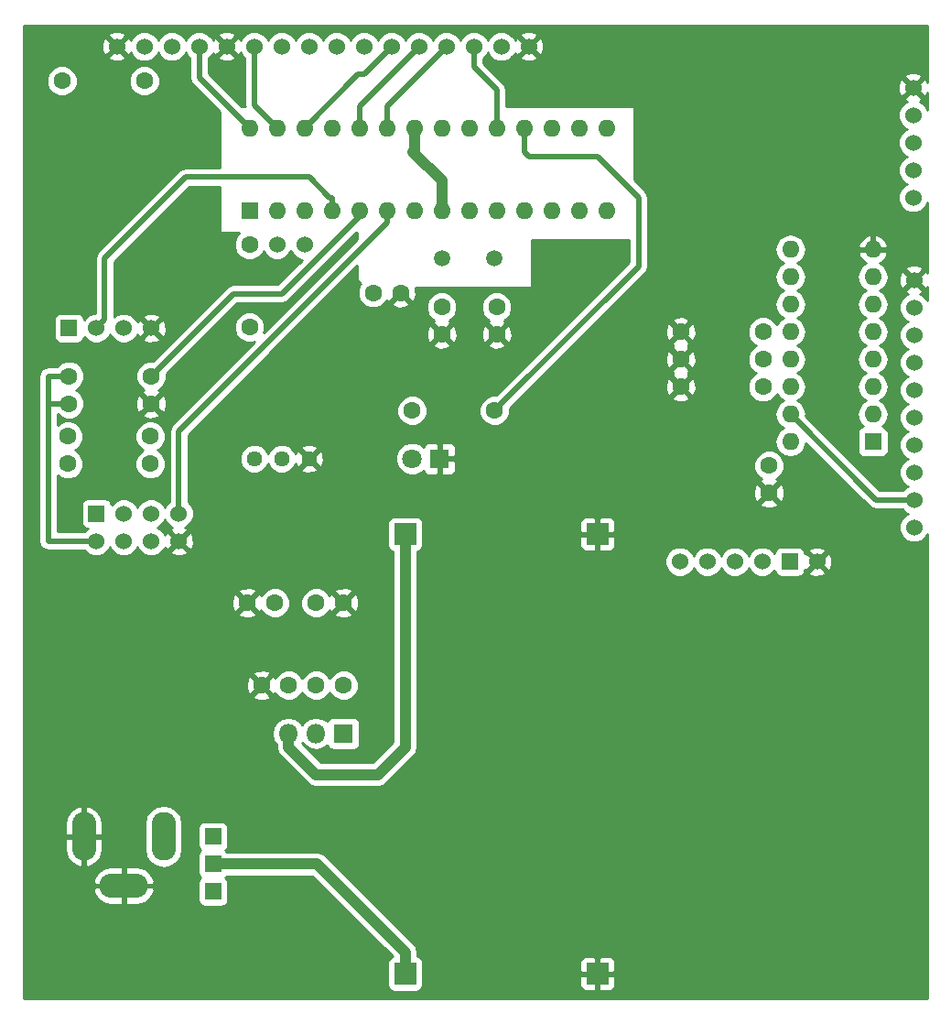
<source format=gbr>
G04 #@! TF.FileFunction,Copper,L2,Bot,Signal*
%FSLAX46Y46*%
G04 Gerber Fmt 4.6, Leading zero omitted, Abs format (unit mm)*
G04 Created by KiCad (PCBNEW 4.0.7-e2-6376~58~ubuntu16.04.1) date Mon Oct 15 06:01:05 2018*
%MOMM*%
%LPD*%
G01*
G04 APERTURE LIST*
%ADD10C,0.100000*%
%ADD11R,1.800000X1.800000*%
%ADD12C,1.800000*%
%ADD13R,1.524000X1.524000*%
%ADD14R,1.600000X1.600000*%
%ADD15O,1.600000X1.600000*%
%ADD16C,1.524000*%
%ADD17C,1.500000*%
%ADD18O,1.800000X1.800000*%
%ADD19C,1.600000*%
%ADD20C,1.440000*%
%ADD21O,2.250000X4.500000*%
%ADD22O,4.500000X2.250000*%
%ADD23R,2.000000X2.000000*%
%ADD24C,1.000000*%
%ADD25C,0.500000*%
%ADD26C,0.254000*%
G04 APERTURE END LIST*
D10*
D11*
X131445000Y-86360000D03*
D12*
X128905000Y-86360000D03*
D13*
X110490000Y-121285000D03*
X110490000Y-123825000D03*
X110490000Y-126365000D03*
D14*
X171525040Y-84803046D03*
D15*
X163905040Y-67023046D03*
X171525040Y-82263046D03*
X163905040Y-69563046D03*
X171525040Y-79723046D03*
X163905040Y-72103046D03*
X171525040Y-77183046D03*
X163905040Y-74643046D03*
X171525040Y-74643046D03*
X163905040Y-77183046D03*
X171525040Y-72103046D03*
X163905040Y-79723046D03*
X171525040Y-69563046D03*
X163905040Y-82263046D03*
X171525040Y-67023046D03*
X163905040Y-84803046D03*
D14*
X113866920Y-63410278D03*
D15*
X146886920Y-55790278D03*
X116406920Y-63410278D03*
X144346920Y-55790278D03*
X118946920Y-63410278D03*
X141806920Y-55790278D03*
X121486920Y-63410278D03*
X139266920Y-55790278D03*
X124026920Y-63410278D03*
X136726920Y-55790278D03*
X126566920Y-63410278D03*
X134186920Y-55790278D03*
X129106920Y-63410278D03*
X131646920Y-55790278D03*
X131646920Y-63410278D03*
X129106920Y-55790278D03*
X134186920Y-63410278D03*
X126566920Y-55790278D03*
X136726920Y-63410278D03*
X124026920Y-55790278D03*
X139266920Y-63410278D03*
X121486920Y-55790278D03*
X141806920Y-63410278D03*
X118946920Y-55790278D03*
X144346920Y-63410278D03*
X116406920Y-55790278D03*
X146886920Y-63410278D03*
X113866920Y-55790278D03*
D16*
X175335040Y-82550000D03*
X175335040Y-85090000D03*
X175335040Y-87630000D03*
X175335040Y-90170000D03*
X175335040Y-92710000D03*
X175335040Y-80010000D03*
X175335040Y-77470000D03*
X175335040Y-74930000D03*
X175335040Y-72390000D03*
X175335040Y-69850000D03*
X175260000Y-59690000D03*
X175260000Y-57150000D03*
X175260000Y-62230000D03*
X175260000Y-54610000D03*
X175260000Y-52070000D03*
X116406920Y-66585278D03*
X118946920Y-66585278D03*
X166370000Y-95885000D03*
D13*
X163830000Y-95885000D03*
D16*
X161290000Y-95885000D03*
X158750000Y-95885000D03*
X156210000Y-95885000D03*
X153670000Y-95885000D03*
X102235000Y-74295000D03*
X104775000Y-74295000D03*
X99695000Y-74295000D03*
D13*
X97155000Y-74295000D03*
D16*
X104775000Y-93980000D03*
X107315000Y-93980000D03*
X102235000Y-93980000D03*
X99695000Y-93980000D03*
D13*
X99695000Y-91440000D03*
D16*
X102235000Y-91440000D03*
X104775000Y-91440000D03*
X107315000Y-91440000D03*
X101600000Y-48260000D03*
X104140000Y-48260000D03*
X106680000Y-48260000D03*
X109220000Y-48260000D03*
X111760000Y-48260000D03*
X114300000Y-48260000D03*
X116840000Y-48260000D03*
X119380000Y-48260000D03*
X121920000Y-48260000D03*
X124460000Y-48260000D03*
X127000000Y-48260000D03*
X129540000Y-48260000D03*
X132080000Y-48260000D03*
X134620000Y-48260000D03*
X137160000Y-48260000D03*
X139700000Y-48260000D03*
D17*
X131646920Y-67855278D03*
X136546920Y-67855278D03*
D11*
X122555000Y-111760000D03*
D18*
X120015000Y-111760000D03*
X117475000Y-111760000D03*
D19*
X125296920Y-71030278D03*
X127836920Y-71030278D03*
X117475000Y-107315000D03*
X114975000Y-107315000D03*
X116205000Y-99695000D03*
X113665000Y-99695000D03*
X131646920Y-74840278D03*
X131646920Y-72340278D03*
X136726920Y-74840278D03*
X136726920Y-72340278D03*
X153745040Y-74643046D03*
X161365040Y-74643046D03*
X153745040Y-79723046D03*
X161365040Y-79723046D03*
X161365040Y-77183046D03*
X153745040Y-77183046D03*
X122555000Y-107315000D03*
X122555000Y-99695000D03*
X120015000Y-107315000D03*
X120015000Y-99695000D03*
X113866920Y-74205278D03*
X113866920Y-66585278D03*
X104681920Y-86835278D03*
X97061920Y-86835278D03*
X104681920Y-84295278D03*
X97061920Y-84295278D03*
X96520000Y-51435000D03*
X104140000Y-51435000D03*
X104775000Y-78740000D03*
X97155000Y-78740000D03*
X104775000Y-81280000D03*
X97155000Y-81280000D03*
X136525000Y-81915000D03*
X128905000Y-81915000D03*
D20*
X119380000Y-86360000D03*
X116840000Y-86360000D03*
X114300000Y-86360000D03*
D21*
X98560000Y-121285000D03*
X105910000Y-121285000D03*
D22*
X102235000Y-125840000D03*
D23*
X128270000Y-133985000D03*
X146050000Y-133985000D03*
X128270000Y-93345000D03*
X146050000Y-93345000D03*
D19*
X161925000Y-86995000D03*
X161925000Y-89535000D03*
D24*
X125730000Y-115570000D02*
X120012208Y-115570000D01*
X120012208Y-115570000D02*
X117475000Y-113032792D01*
X117475000Y-113032792D02*
X117475000Y-111760000D01*
X128270000Y-113030000D02*
X125730000Y-115570000D01*
X128270000Y-93345000D02*
X128270000Y-113030000D01*
X129011920Y-57980278D02*
X129106920Y-57885278D01*
X129106920Y-57885278D02*
X129106920Y-55790278D01*
X131646920Y-60615278D02*
X129011920Y-57980278D01*
X131646920Y-63410278D02*
X131646920Y-60615278D01*
X110490000Y-123825000D02*
X120110000Y-123825000D01*
X120110000Y-123825000D02*
X128270000Y-131985000D01*
X128270000Y-131985000D02*
X128270000Y-133985000D01*
D25*
X104775000Y-78740000D02*
X112395000Y-71120000D01*
X112395000Y-71120000D02*
X116840000Y-71120000D01*
X116840000Y-71120000D02*
X124026920Y-63933080D01*
X124026920Y-63933080D02*
X124026920Y-63410278D01*
X95250000Y-93980000D02*
X95250000Y-81280000D01*
X95250000Y-81280000D02*
X95250000Y-78740000D01*
X97155000Y-81280000D02*
X96023630Y-81280000D01*
X96023630Y-81280000D02*
X95250000Y-81280000D01*
X95250000Y-78740000D02*
X97155000Y-78740000D01*
X99695000Y-93980000D02*
X95250000Y-93980000D01*
X136525000Y-81915000D02*
X149860000Y-68580000D01*
X149860000Y-68580000D02*
X149860000Y-62230000D01*
X149860000Y-62230000D02*
X146050000Y-58420000D01*
X146050000Y-58420000D02*
X139700000Y-58420000D01*
X139700000Y-58420000D02*
X139266920Y-57986920D01*
X139266920Y-57986920D02*
X139266920Y-55790278D01*
X171811994Y-90170000D02*
X175335040Y-90170000D01*
X163905040Y-82263046D02*
X171811994Y-90170000D01*
X109220000Y-48260000D02*
X109220000Y-51143358D01*
X109220000Y-51143358D02*
X113866920Y-55790278D01*
X114300000Y-48260000D02*
X114300000Y-53683358D01*
X114300000Y-53683358D02*
X116406920Y-55790278D01*
X124460000Y-50800000D02*
X123937198Y-50800000D01*
X123937198Y-50800000D02*
X118946920Y-55790278D01*
X127000000Y-48260000D02*
X124460000Y-50800000D01*
X121285000Y-62230000D02*
X121438012Y-62230000D01*
X121438012Y-62230000D02*
X121486920Y-62278908D01*
X121486920Y-62278908D02*
X121486920Y-63410278D01*
X119380000Y-60325000D02*
X121285000Y-62230000D01*
X99695000Y-74295000D02*
X100456999Y-73533001D01*
X100456999Y-73533001D02*
X100456999Y-67818001D01*
X100456999Y-67818001D02*
X107950000Y-60325000D01*
X107950000Y-60325000D02*
X119380000Y-60325000D01*
X129540000Y-48260000D02*
X124026920Y-53773080D01*
X124026920Y-53773080D02*
X124026920Y-55790278D01*
X132080000Y-48260000D02*
X126566920Y-53773080D01*
X126566920Y-53773080D02*
X126566920Y-55790278D01*
X107315000Y-83820000D02*
X126566920Y-64568080D01*
X126566920Y-64568080D02*
X126566920Y-63410278D01*
X107315000Y-91440000D02*
X107315000Y-83820000D01*
X134620000Y-50165000D02*
X136726920Y-52271920D01*
X136726920Y-52271920D02*
X136726920Y-55790278D01*
X134620000Y-48260000D02*
X134620000Y-50165000D01*
D26*
G36*
X176579920Y-51596641D02*
X176473708Y-51340225D01*
X176233291Y-51270658D01*
X175433948Y-52070000D01*
X176233291Y-52869342D01*
X176473708Y-52799775D01*
X176579920Y-52504235D01*
X176579920Y-54167156D01*
X176438223Y-53824223D01*
X176047833Y-53433150D01*
X175838670Y-53346298D01*
X175989775Y-53283708D01*
X176059342Y-53043291D01*
X175260000Y-52243948D01*
X174460658Y-53043291D01*
X174530225Y-53283708D01*
X174691930Y-53341822D01*
X174474223Y-53431777D01*
X174083150Y-53822167D01*
X173871242Y-54332499D01*
X173870760Y-54885077D01*
X174081777Y-55395777D01*
X174472167Y-55786850D01*
X174696419Y-55879967D01*
X174474223Y-55971777D01*
X174083150Y-56362167D01*
X173871242Y-56872499D01*
X173870760Y-57425077D01*
X174081777Y-57935777D01*
X174472167Y-58326850D01*
X174696419Y-58419967D01*
X174474223Y-58511777D01*
X174083150Y-58902167D01*
X173871242Y-59412499D01*
X173870760Y-59965077D01*
X174081777Y-60475777D01*
X174472167Y-60866850D01*
X174696419Y-60959967D01*
X174474223Y-61051777D01*
X174083150Y-61442167D01*
X173871242Y-61952499D01*
X173870760Y-62505077D01*
X174081777Y-63015777D01*
X174472167Y-63406850D01*
X174982499Y-63618758D01*
X175535077Y-63619240D01*
X176045777Y-63408223D01*
X176436850Y-63017833D01*
X176579920Y-62673282D01*
X176579920Y-69195480D01*
X176548748Y-69120225D01*
X176308331Y-69050658D01*
X175508988Y-69850000D01*
X176308331Y-70649342D01*
X176548748Y-70579775D01*
X176579920Y-70493037D01*
X176579920Y-71765545D01*
X176513263Y-71604223D01*
X176122873Y-71213150D01*
X175913710Y-71126298D01*
X176064815Y-71063708D01*
X176134382Y-70823291D01*
X175335040Y-70023948D01*
X174535698Y-70823291D01*
X174605265Y-71063708D01*
X174766970Y-71121822D01*
X174549263Y-71211777D01*
X174158190Y-71602167D01*
X173946282Y-72112499D01*
X173945800Y-72665077D01*
X174156817Y-73175777D01*
X174547207Y-73566850D01*
X174771459Y-73659967D01*
X174549263Y-73751777D01*
X174158190Y-74142167D01*
X173946282Y-74652499D01*
X173945800Y-75205077D01*
X174156817Y-75715777D01*
X174547207Y-76106850D01*
X174771459Y-76199967D01*
X174549263Y-76291777D01*
X174158190Y-76682167D01*
X173946282Y-77192499D01*
X173945800Y-77745077D01*
X174156817Y-78255777D01*
X174547207Y-78646850D01*
X174771459Y-78739967D01*
X174549263Y-78831777D01*
X174158190Y-79222167D01*
X173946282Y-79732499D01*
X173945800Y-80285077D01*
X174156817Y-80795777D01*
X174547207Y-81186850D01*
X174771459Y-81279967D01*
X174549263Y-81371777D01*
X174158190Y-81762167D01*
X173946282Y-82272499D01*
X173945800Y-82825077D01*
X174156817Y-83335777D01*
X174547207Y-83726850D01*
X174771459Y-83819967D01*
X174549263Y-83911777D01*
X174158190Y-84302167D01*
X173946282Y-84812499D01*
X173945800Y-85365077D01*
X174156817Y-85875777D01*
X174547207Y-86266850D01*
X174771459Y-86359967D01*
X174549263Y-86451777D01*
X174158190Y-86842167D01*
X173946282Y-87352499D01*
X173945800Y-87905077D01*
X174156817Y-88415777D01*
X174547207Y-88806850D01*
X174771459Y-88899967D01*
X174549263Y-88991777D01*
X174247513Y-89293000D01*
X172175259Y-89293000D01*
X165324377Y-82442118D01*
X165359997Y-82263046D01*
X165251373Y-81716957D01*
X164942038Y-81254005D01*
X164551486Y-80993046D01*
X164942038Y-80732087D01*
X165251373Y-80269135D01*
X165359997Y-79723046D01*
X165251373Y-79176957D01*
X164942038Y-78714005D01*
X164551486Y-78453046D01*
X164942038Y-78192087D01*
X165251373Y-77729135D01*
X165359997Y-77183046D01*
X165251373Y-76636957D01*
X164942038Y-76174005D01*
X164551486Y-75913046D01*
X164942038Y-75652087D01*
X165251373Y-75189135D01*
X165359997Y-74643046D01*
X165251373Y-74096957D01*
X164942038Y-73634005D01*
X164551486Y-73373046D01*
X164942038Y-73112087D01*
X165251373Y-72649135D01*
X165359997Y-72103046D01*
X165251373Y-71556957D01*
X164942038Y-71094005D01*
X164551486Y-70833046D01*
X164942038Y-70572087D01*
X165251373Y-70109135D01*
X165359997Y-69563046D01*
X170070083Y-69563046D01*
X170178707Y-70109135D01*
X170488042Y-70572087D01*
X170878594Y-70833046D01*
X170488042Y-71094005D01*
X170178707Y-71556957D01*
X170070083Y-72103046D01*
X170178707Y-72649135D01*
X170488042Y-73112087D01*
X170878594Y-73373046D01*
X170488042Y-73634005D01*
X170178707Y-74096957D01*
X170070083Y-74643046D01*
X170178707Y-75189135D01*
X170488042Y-75652087D01*
X170878594Y-75913046D01*
X170488042Y-76174005D01*
X170178707Y-76636957D01*
X170070083Y-77183046D01*
X170178707Y-77729135D01*
X170488042Y-78192087D01*
X170878594Y-78453046D01*
X170488042Y-78714005D01*
X170178707Y-79176957D01*
X170070083Y-79723046D01*
X170178707Y-80269135D01*
X170488042Y-80732087D01*
X170878594Y-80993046D01*
X170488042Y-81254005D01*
X170178707Y-81716957D01*
X170070083Y-82263046D01*
X170178707Y-82809135D01*
X170488042Y-83272087D01*
X170647173Y-83378415D01*
X170492688Y-83407483D01*
X170279287Y-83544803D01*
X170136123Y-83754329D01*
X170085757Y-84003046D01*
X170085757Y-85603046D01*
X170129477Y-85835398D01*
X170266797Y-86048799D01*
X170476323Y-86191963D01*
X170725040Y-86242329D01*
X172325040Y-86242329D01*
X172557392Y-86198609D01*
X172770793Y-86061289D01*
X172913957Y-85851763D01*
X172964323Y-85603046D01*
X172964323Y-84003046D01*
X172920603Y-83770694D01*
X172783283Y-83557293D01*
X172573757Y-83414129D01*
X172401625Y-83379272D01*
X172562038Y-83272087D01*
X172871373Y-82809135D01*
X172979997Y-82263046D01*
X172871373Y-81716957D01*
X172562038Y-81254005D01*
X172171486Y-80993046D01*
X172562038Y-80732087D01*
X172871373Y-80269135D01*
X172979997Y-79723046D01*
X172871373Y-79176957D01*
X172562038Y-78714005D01*
X172171486Y-78453046D01*
X172562038Y-78192087D01*
X172871373Y-77729135D01*
X172979997Y-77183046D01*
X172871373Y-76636957D01*
X172562038Y-76174005D01*
X172171486Y-75913046D01*
X172562038Y-75652087D01*
X172871373Y-75189135D01*
X172979997Y-74643046D01*
X172871373Y-74096957D01*
X172562038Y-73634005D01*
X172171486Y-73373046D01*
X172562038Y-73112087D01*
X172871373Y-72649135D01*
X172979997Y-72103046D01*
X172871373Y-71556957D01*
X172562038Y-71094005D01*
X172171486Y-70833046D01*
X172562038Y-70572087D01*
X172871373Y-70109135D01*
X172964641Y-69640242D01*
X173934447Y-69640242D01*
X173960789Y-70192193D01*
X174121332Y-70579775D01*
X174361749Y-70649342D01*
X175161092Y-69850000D01*
X174361749Y-69050658D01*
X174121332Y-69120225D01*
X173934447Y-69640242D01*
X172964641Y-69640242D01*
X172979997Y-69563046D01*
X172871373Y-69016957D01*
X172777663Y-68876709D01*
X174535698Y-68876709D01*
X175335040Y-69676052D01*
X176134382Y-68876709D01*
X176064815Y-68636292D01*
X175544798Y-68449407D01*
X174992847Y-68475749D01*
X174605265Y-68636292D01*
X174535698Y-68876709D01*
X172777663Y-68876709D01*
X172562038Y-68554005D01*
X172147435Y-68276976D01*
X172372750Y-68170976D01*
X172747516Y-67759190D01*
X172909984Y-67366933D01*
X172789321Y-67146046D01*
X171648040Y-67146046D01*
X171648040Y-67166046D01*
X171402040Y-67166046D01*
X171402040Y-67146046D01*
X170260759Y-67146046D01*
X170140096Y-67366933D01*
X170302564Y-67759190D01*
X170677330Y-68170976D01*
X170902645Y-68276976D01*
X170488042Y-68554005D01*
X170178707Y-69016957D01*
X170070083Y-69563046D01*
X165359997Y-69563046D01*
X165251373Y-69016957D01*
X164942038Y-68554005D01*
X164551486Y-68293046D01*
X164942038Y-68032087D01*
X165251373Y-67569135D01*
X165359997Y-67023046D01*
X165291594Y-66679159D01*
X170140096Y-66679159D01*
X170260759Y-66900046D01*
X171402040Y-66900046D01*
X171402040Y-65758097D01*
X171648040Y-65758097D01*
X171648040Y-66900046D01*
X172789321Y-66900046D01*
X172909984Y-66679159D01*
X172747516Y-66286902D01*
X172372750Y-65875116D01*
X171868928Y-65638092D01*
X171648040Y-65758097D01*
X171402040Y-65758097D01*
X171181152Y-65638092D01*
X170677330Y-65875116D01*
X170302564Y-66286902D01*
X170140096Y-66679159D01*
X165291594Y-66679159D01*
X165251373Y-66476957D01*
X164942038Y-66014005D01*
X164479086Y-65704670D01*
X163932997Y-65596046D01*
X163877083Y-65596046D01*
X163330994Y-65704670D01*
X162868042Y-66014005D01*
X162558707Y-66476957D01*
X162450083Y-67023046D01*
X162558707Y-67569135D01*
X162868042Y-68032087D01*
X163258594Y-68293046D01*
X162868042Y-68554005D01*
X162558707Y-69016957D01*
X162450083Y-69563046D01*
X162558707Y-70109135D01*
X162868042Y-70572087D01*
X163258594Y-70833046D01*
X162868042Y-71094005D01*
X162558707Y-71556957D01*
X162450083Y-72103046D01*
X162558707Y-72649135D01*
X162868042Y-73112087D01*
X163258594Y-73373046D01*
X162868042Y-73634005D01*
X162635765Y-73981631D01*
X162575497Y-73835771D01*
X162174426Y-73433999D01*
X161650133Y-73216294D01*
X161082437Y-73215798D01*
X160557765Y-73432589D01*
X160155993Y-73833660D01*
X159938288Y-74357953D01*
X159937792Y-74925649D01*
X160154583Y-75450321D01*
X160555654Y-75852093D01*
X160702158Y-75912927D01*
X160557765Y-75972589D01*
X160155993Y-76373660D01*
X159938288Y-76897953D01*
X159937792Y-77465649D01*
X160154583Y-77990321D01*
X160555654Y-78392093D01*
X160702158Y-78452927D01*
X160557765Y-78512589D01*
X160155993Y-78913660D01*
X159938288Y-79437953D01*
X159937792Y-80005649D01*
X160154583Y-80530321D01*
X160555654Y-80932093D01*
X161079947Y-81149798D01*
X161647643Y-81150294D01*
X162172315Y-80933503D01*
X162574087Y-80532432D01*
X162635620Y-80384243D01*
X162868042Y-80732087D01*
X163258594Y-80993046D01*
X162868042Y-81254005D01*
X162558707Y-81716957D01*
X162450083Y-82263046D01*
X162558707Y-82809135D01*
X162868042Y-83272087D01*
X163258594Y-83533046D01*
X162868042Y-83794005D01*
X162558707Y-84256957D01*
X162450083Y-84803046D01*
X162558707Y-85349135D01*
X162868042Y-85812087D01*
X163330994Y-86121422D01*
X163877083Y-86230046D01*
X163932997Y-86230046D01*
X164479086Y-86121422D01*
X164942038Y-85812087D01*
X165251373Y-85349135D01*
X165334244Y-84932516D01*
X171191859Y-90790130D01*
X171191861Y-90790133D01*
X171427617Y-90947659D01*
X171476381Y-90980242D01*
X171811994Y-91047001D01*
X171811999Y-91047000D01*
X174247881Y-91047000D01*
X174547207Y-91346850D01*
X174771459Y-91439967D01*
X174549263Y-91531777D01*
X174158190Y-91922167D01*
X173946282Y-92432499D01*
X173945800Y-92985077D01*
X174156817Y-93495777D01*
X174547207Y-93886850D01*
X175057539Y-94098758D01*
X175610117Y-94099240D01*
X176120817Y-93888223D01*
X176511890Y-93497833D01*
X176579920Y-93333998D01*
X176579920Y-136243278D01*
X93013920Y-136243278D01*
X93013920Y-126234883D01*
X99403081Y-126234883D01*
X99444292Y-126396824D01*
X99784174Y-126991877D01*
X100325901Y-127411567D01*
X100987000Y-127592000D01*
X102112000Y-127592000D01*
X102112000Y-125963000D01*
X102358000Y-125963000D01*
X102358000Y-127592000D01*
X103483000Y-127592000D01*
X104144099Y-127411567D01*
X104685826Y-126991877D01*
X105025708Y-126396824D01*
X105066919Y-126234883D01*
X104950501Y-125963000D01*
X102358000Y-125963000D01*
X102112000Y-125963000D01*
X99519499Y-125963000D01*
X99403081Y-126234883D01*
X93013920Y-126234883D01*
X93013920Y-125445117D01*
X99403081Y-125445117D01*
X99519499Y-125717000D01*
X102112000Y-125717000D01*
X102112000Y-124088000D01*
X102358000Y-124088000D01*
X102358000Y-125717000D01*
X104950501Y-125717000D01*
X105066919Y-125445117D01*
X105025708Y-125283176D01*
X104685826Y-124688123D01*
X104144099Y-124268433D01*
X103483000Y-124088000D01*
X102358000Y-124088000D01*
X102112000Y-124088000D01*
X100987000Y-124088000D01*
X100325901Y-124268433D01*
X99784174Y-124688123D01*
X99444292Y-125283176D01*
X99403081Y-125445117D01*
X93013920Y-125445117D01*
X93013920Y-121408000D01*
X96808000Y-121408000D01*
X96808000Y-122533000D01*
X96988433Y-123194099D01*
X97408123Y-123735826D01*
X98003176Y-124075708D01*
X98165117Y-124116919D01*
X98437000Y-124000501D01*
X98437000Y-121408000D01*
X98683000Y-121408000D01*
X98683000Y-124000501D01*
X98954883Y-124116919D01*
X99116824Y-124075708D01*
X99711877Y-123735826D01*
X100131567Y-123194099D01*
X100312000Y-122533000D01*
X100312000Y-121408000D01*
X98683000Y-121408000D01*
X98437000Y-121408000D01*
X96808000Y-121408000D01*
X93013920Y-121408000D01*
X93013920Y-120037000D01*
X96808000Y-120037000D01*
X96808000Y-121162000D01*
X98437000Y-121162000D01*
X98437000Y-118569499D01*
X98683000Y-118569499D01*
X98683000Y-121162000D01*
X100312000Y-121162000D01*
X100312000Y-120103636D01*
X104158000Y-120103636D01*
X104158000Y-122466364D01*
X104291363Y-123136825D01*
X104671149Y-123705215D01*
X105239539Y-124085001D01*
X105910000Y-124218364D01*
X106580461Y-124085001D01*
X107148851Y-123705215D01*
X107528637Y-123136825D01*
X107662000Y-122466364D01*
X107662000Y-120523000D01*
X109088717Y-120523000D01*
X109088717Y-122047000D01*
X109132437Y-122279352D01*
X109269757Y-122492753D01*
X109360234Y-122554574D01*
X109282247Y-122604757D01*
X109139083Y-122814283D01*
X109088717Y-123063000D01*
X109088717Y-124587000D01*
X109132437Y-124819352D01*
X109269757Y-125032753D01*
X109360234Y-125094574D01*
X109282247Y-125144757D01*
X109139083Y-125354283D01*
X109088717Y-125603000D01*
X109088717Y-127127000D01*
X109132437Y-127359352D01*
X109269757Y-127572753D01*
X109479283Y-127715917D01*
X109728000Y-127766283D01*
X111252000Y-127766283D01*
X111484352Y-127722563D01*
X111697753Y-127585243D01*
X111840917Y-127375717D01*
X111891283Y-127127000D01*
X111891283Y-125603000D01*
X111847563Y-125370648D01*
X111710243Y-125157247D01*
X111619766Y-125095426D01*
X111697753Y-125045243D01*
X111761464Y-124952000D01*
X119643182Y-124952000D01*
X127073813Y-132382632D01*
X127037648Y-132389437D01*
X126824247Y-132526757D01*
X126681083Y-132736283D01*
X126630717Y-132985000D01*
X126630717Y-134985000D01*
X126674437Y-135217352D01*
X126811757Y-135430753D01*
X127021283Y-135573917D01*
X127270000Y-135624283D01*
X129270000Y-135624283D01*
X129502352Y-135580563D01*
X129715753Y-135443243D01*
X129858917Y-135233717D01*
X129909283Y-134985000D01*
X129909283Y-134264750D01*
X144423000Y-134264750D01*
X144423000Y-135109718D01*
X144518455Y-135340167D01*
X144694833Y-135516545D01*
X144925282Y-135612000D01*
X145770250Y-135612000D01*
X145927000Y-135455250D01*
X145927000Y-134108000D01*
X146173000Y-134108000D01*
X146173000Y-135455250D01*
X146329750Y-135612000D01*
X147174718Y-135612000D01*
X147405167Y-135516545D01*
X147581545Y-135340167D01*
X147677000Y-135109718D01*
X147677000Y-134264750D01*
X147520250Y-134108000D01*
X146173000Y-134108000D01*
X145927000Y-134108000D01*
X144579750Y-134108000D01*
X144423000Y-134264750D01*
X129909283Y-134264750D01*
X129909283Y-132985000D01*
X129885816Y-132860282D01*
X144423000Y-132860282D01*
X144423000Y-133705250D01*
X144579750Y-133862000D01*
X145927000Y-133862000D01*
X145927000Y-132514750D01*
X146173000Y-132514750D01*
X146173000Y-133862000D01*
X147520250Y-133862000D01*
X147677000Y-133705250D01*
X147677000Y-132860282D01*
X147581545Y-132629833D01*
X147405167Y-132453455D01*
X147174718Y-132358000D01*
X146329750Y-132358000D01*
X146173000Y-132514750D01*
X145927000Y-132514750D01*
X145770250Y-132358000D01*
X144925282Y-132358000D01*
X144694833Y-132453455D01*
X144518455Y-132629833D01*
X144423000Y-132860282D01*
X129885816Y-132860282D01*
X129865563Y-132752648D01*
X129728243Y-132539247D01*
X129518717Y-132396083D01*
X129397000Y-132371435D01*
X129397000Y-131985000D01*
X129311212Y-131553716D01*
X129066910Y-131188091D01*
X120906909Y-123028091D01*
X120541284Y-122783788D01*
X120110000Y-122698000D01*
X111762206Y-122698000D01*
X111710243Y-122617247D01*
X111619766Y-122555426D01*
X111697753Y-122505243D01*
X111840917Y-122295717D01*
X111891283Y-122047000D01*
X111891283Y-120523000D01*
X111847563Y-120290648D01*
X111710243Y-120077247D01*
X111500717Y-119934083D01*
X111252000Y-119883717D01*
X109728000Y-119883717D01*
X109495648Y-119927437D01*
X109282247Y-120064757D01*
X109139083Y-120274283D01*
X109088717Y-120523000D01*
X107662000Y-120523000D01*
X107662000Y-120103636D01*
X107528637Y-119433175D01*
X107148851Y-118864785D01*
X106580461Y-118484999D01*
X105910000Y-118351636D01*
X105239539Y-118484999D01*
X104671149Y-118864785D01*
X104291363Y-119433175D01*
X104158000Y-120103636D01*
X100312000Y-120103636D01*
X100312000Y-120037000D01*
X100131567Y-119375901D01*
X99711877Y-118834174D01*
X99116824Y-118494292D01*
X98954883Y-118453081D01*
X98683000Y-118569499D01*
X98437000Y-118569499D01*
X98165117Y-118453081D01*
X98003176Y-118494292D01*
X97408123Y-118834174D01*
X96988433Y-119375901D01*
X96808000Y-120037000D01*
X93013920Y-120037000D01*
X93013920Y-111760000D01*
X115918084Y-111760000D01*
X116034320Y-112344358D01*
X116348000Y-112813813D01*
X116348000Y-113032792D01*
X116433788Y-113464076D01*
X116678091Y-113829701D01*
X119215299Y-116366909D01*
X119580924Y-116611212D01*
X120012208Y-116697000D01*
X125730000Y-116697000D01*
X126161284Y-116611212D01*
X126526909Y-116366909D01*
X129066909Y-113826910D01*
X129311212Y-113461285D01*
X129345879Y-113287000D01*
X129397000Y-113030000D01*
X129397000Y-96160077D01*
X152280760Y-96160077D01*
X152491777Y-96670777D01*
X152882167Y-97061850D01*
X153392499Y-97273758D01*
X153945077Y-97274240D01*
X154455777Y-97063223D01*
X154846850Y-96672833D01*
X154939967Y-96448581D01*
X155031777Y-96670777D01*
X155422167Y-97061850D01*
X155932499Y-97273758D01*
X156485077Y-97274240D01*
X156995777Y-97063223D01*
X157386850Y-96672833D01*
X157479967Y-96448581D01*
X157571777Y-96670777D01*
X157962167Y-97061850D01*
X158472499Y-97273758D01*
X159025077Y-97274240D01*
X159535777Y-97063223D01*
X159926850Y-96672833D01*
X160019967Y-96448581D01*
X160111777Y-96670777D01*
X160502167Y-97061850D01*
X161012499Y-97273758D01*
X161565077Y-97274240D01*
X162075777Y-97063223D01*
X162438839Y-96700795D01*
X162472437Y-96879352D01*
X162609757Y-97092753D01*
X162819283Y-97235917D01*
X163068000Y-97286283D01*
X164592000Y-97286283D01*
X164824352Y-97242563D01*
X165037753Y-97105243D01*
X165180917Y-96895717D01*
X165188495Y-96858291D01*
X165570658Y-96858291D01*
X165640225Y-97098708D01*
X166160242Y-97285593D01*
X166712193Y-97259251D01*
X167099775Y-97098708D01*
X167169342Y-96858291D01*
X166370000Y-96058948D01*
X165570658Y-96858291D01*
X165188495Y-96858291D01*
X165231283Y-96647000D01*
X165231283Y-96636474D01*
X165396709Y-96684342D01*
X166196052Y-95885000D01*
X166543948Y-95885000D01*
X167343291Y-96684342D01*
X167583708Y-96614775D01*
X167770593Y-96094758D01*
X167744251Y-95542807D01*
X167583708Y-95155225D01*
X167343291Y-95085658D01*
X166543948Y-95885000D01*
X166196052Y-95885000D01*
X165396709Y-95085658D01*
X165231283Y-95133526D01*
X165231283Y-95123000D01*
X165191526Y-94911709D01*
X165570658Y-94911709D01*
X166370000Y-95711052D01*
X167169342Y-94911709D01*
X167099775Y-94671292D01*
X166579758Y-94484407D01*
X166027807Y-94510749D01*
X165640225Y-94671292D01*
X165570658Y-94911709D01*
X165191526Y-94911709D01*
X165187563Y-94890648D01*
X165050243Y-94677247D01*
X164840717Y-94534083D01*
X164592000Y-94483717D01*
X163068000Y-94483717D01*
X162835648Y-94527437D01*
X162622247Y-94664757D01*
X162479083Y-94874283D01*
X162439382Y-95070332D01*
X162077833Y-94708150D01*
X161567501Y-94496242D01*
X161014923Y-94495760D01*
X160504223Y-94706777D01*
X160113150Y-95097167D01*
X160020033Y-95321419D01*
X159928223Y-95099223D01*
X159537833Y-94708150D01*
X159027501Y-94496242D01*
X158474923Y-94495760D01*
X157964223Y-94706777D01*
X157573150Y-95097167D01*
X157480033Y-95321419D01*
X157388223Y-95099223D01*
X156997833Y-94708150D01*
X156487501Y-94496242D01*
X155934923Y-94495760D01*
X155424223Y-94706777D01*
X155033150Y-95097167D01*
X154940033Y-95321419D01*
X154848223Y-95099223D01*
X154457833Y-94708150D01*
X153947501Y-94496242D01*
X153394923Y-94495760D01*
X152884223Y-94706777D01*
X152493150Y-95097167D01*
X152281242Y-95607499D01*
X152280760Y-96160077D01*
X129397000Y-96160077D01*
X129397000Y-94960386D01*
X129502352Y-94940563D01*
X129715753Y-94803243D01*
X129858917Y-94593717D01*
X129909283Y-94345000D01*
X129909283Y-93624750D01*
X144423000Y-93624750D01*
X144423000Y-94469718D01*
X144518455Y-94700167D01*
X144694833Y-94876545D01*
X144925282Y-94972000D01*
X145770250Y-94972000D01*
X145927000Y-94815250D01*
X145927000Y-93468000D01*
X146173000Y-93468000D01*
X146173000Y-94815250D01*
X146329750Y-94972000D01*
X147174718Y-94972000D01*
X147405167Y-94876545D01*
X147581545Y-94700167D01*
X147677000Y-94469718D01*
X147677000Y-93624750D01*
X147520250Y-93468000D01*
X146173000Y-93468000D01*
X145927000Y-93468000D01*
X144579750Y-93468000D01*
X144423000Y-93624750D01*
X129909283Y-93624750D01*
X129909283Y-92345000D01*
X129885816Y-92220282D01*
X144423000Y-92220282D01*
X144423000Y-93065250D01*
X144579750Y-93222000D01*
X145927000Y-93222000D01*
X145927000Y-91874750D01*
X146173000Y-91874750D01*
X146173000Y-93222000D01*
X147520250Y-93222000D01*
X147677000Y-93065250D01*
X147677000Y-92220282D01*
X147581545Y-91989833D01*
X147405167Y-91813455D01*
X147174718Y-91718000D01*
X146329750Y-91718000D01*
X146173000Y-91874750D01*
X145927000Y-91874750D01*
X145770250Y-91718000D01*
X144925282Y-91718000D01*
X144694833Y-91813455D01*
X144518455Y-91989833D01*
X144423000Y-92220282D01*
X129885816Y-92220282D01*
X129865563Y-92112648D01*
X129728243Y-91899247D01*
X129518717Y-91756083D01*
X129270000Y-91705717D01*
X127270000Y-91705717D01*
X127037648Y-91749437D01*
X126824247Y-91886757D01*
X126681083Y-92096283D01*
X126630717Y-92345000D01*
X126630717Y-94345000D01*
X126674437Y-94577352D01*
X126811757Y-94790753D01*
X127021283Y-94933917D01*
X127143000Y-94958565D01*
X127143000Y-112563181D01*
X125263182Y-114443000D01*
X120479026Y-114443000D01*
X118701270Y-112665244D01*
X118745000Y-112599798D01*
X118905332Y-112839752D01*
X119400726Y-113170764D01*
X119985084Y-113287000D01*
X120044916Y-113287000D01*
X120629274Y-113170764D01*
X121057930Y-112884345D01*
X121059437Y-112892352D01*
X121196757Y-113105753D01*
X121406283Y-113248917D01*
X121655000Y-113299283D01*
X123455000Y-113299283D01*
X123687352Y-113255563D01*
X123900753Y-113118243D01*
X124043917Y-112908717D01*
X124094283Y-112660000D01*
X124094283Y-110860000D01*
X124050563Y-110627648D01*
X123913243Y-110414247D01*
X123703717Y-110271083D01*
X123455000Y-110220717D01*
X121655000Y-110220717D01*
X121422648Y-110264437D01*
X121209247Y-110401757D01*
X121066083Y-110611283D01*
X121060764Y-110637549D01*
X120629274Y-110349236D01*
X120044916Y-110233000D01*
X119985084Y-110233000D01*
X119400726Y-110349236D01*
X118905332Y-110680248D01*
X118745000Y-110920202D01*
X118584668Y-110680248D01*
X118089274Y-110349236D01*
X117504916Y-110233000D01*
X117445084Y-110233000D01*
X116860726Y-110349236D01*
X116365332Y-110680248D01*
X116034320Y-111175642D01*
X115918084Y-111760000D01*
X93013920Y-111760000D01*
X93013920Y-108315816D01*
X114148133Y-108315816D01*
X114222368Y-108560169D01*
X114756164Y-108753406D01*
X115323276Y-108727659D01*
X115727632Y-108560169D01*
X115801867Y-108315816D01*
X114975000Y-107488948D01*
X114148133Y-108315816D01*
X93013920Y-108315816D01*
X93013920Y-107096164D01*
X113536594Y-107096164D01*
X113562341Y-107663276D01*
X113729831Y-108067632D01*
X113974184Y-108141867D01*
X114801052Y-107315000D01*
X115148948Y-107315000D01*
X115975816Y-108141867D01*
X116220169Y-108067632D01*
X116230347Y-108039516D01*
X116264543Y-108122275D01*
X116665614Y-108524047D01*
X117189907Y-108741752D01*
X117757603Y-108742248D01*
X118282275Y-108525457D01*
X118684047Y-108124386D01*
X118744881Y-107977882D01*
X118804543Y-108122275D01*
X119205614Y-108524047D01*
X119729907Y-108741752D01*
X120297603Y-108742248D01*
X120822275Y-108525457D01*
X121224047Y-108124386D01*
X121284881Y-107977882D01*
X121344543Y-108122275D01*
X121745614Y-108524047D01*
X122269907Y-108741752D01*
X122837603Y-108742248D01*
X123362275Y-108525457D01*
X123764047Y-108124386D01*
X123981752Y-107600093D01*
X123982248Y-107032397D01*
X123765457Y-106507725D01*
X123364386Y-106105953D01*
X122840093Y-105888248D01*
X122272397Y-105887752D01*
X121747725Y-106104543D01*
X121345953Y-106505614D01*
X121285119Y-106652118D01*
X121225457Y-106507725D01*
X120824386Y-106105953D01*
X120300093Y-105888248D01*
X119732397Y-105887752D01*
X119207725Y-106104543D01*
X118805953Y-106505614D01*
X118745119Y-106652118D01*
X118685457Y-106507725D01*
X118284386Y-106105953D01*
X117760093Y-105888248D01*
X117192397Y-105887752D01*
X116667725Y-106104543D01*
X116265953Y-106505614D01*
X116231264Y-106589154D01*
X116220169Y-106562368D01*
X115975816Y-106488133D01*
X115148948Y-107315000D01*
X114801052Y-107315000D01*
X113974184Y-106488133D01*
X113729831Y-106562368D01*
X113536594Y-107096164D01*
X93013920Y-107096164D01*
X93013920Y-106314184D01*
X114148133Y-106314184D01*
X114975000Y-107141052D01*
X115801867Y-106314184D01*
X115727632Y-106069831D01*
X115193836Y-105876594D01*
X114626724Y-105902341D01*
X114222368Y-106069831D01*
X114148133Y-106314184D01*
X93013920Y-106314184D01*
X93013920Y-100695816D01*
X112838133Y-100695816D01*
X112912368Y-100940169D01*
X113446164Y-101133406D01*
X114013276Y-101107659D01*
X114417632Y-100940169D01*
X114491867Y-100695816D01*
X113665000Y-99868948D01*
X112838133Y-100695816D01*
X93013920Y-100695816D01*
X93013920Y-99476164D01*
X112226594Y-99476164D01*
X112252341Y-100043276D01*
X112419831Y-100447632D01*
X112664184Y-100521867D01*
X113491052Y-99695000D01*
X113838948Y-99695000D01*
X114665816Y-100521867D01*
X114910169Y-100447632D01*
X114939027Y-100367916D01*
X114994543Y-100502275D01*
X115395614Y-100904047D01*
X115919907Y-101121752D01*
X116487603Y-101122248D01*
X117012275Y-100905457D01*
X117414047Y-100504386D01*
X117631752Y-99980093D01*
X117631754Y-99977603D01*
X118587752Y-99977603D01*
X118804543Y-100502275D01*
X119205614Y-100904047D01*
X119729907Y-101121752D01*
X120297603Y-101122248D01*
X120822275Y-100905457D01*
X121032282Y-100695816D01*
X121728133Y-100695816D01*
X121802368Y-100940169D01*
X122336164Y-101133406D01*
X122903276Y-101107659D01*
X123307632Y-100940169D01*
X123381867Y-100695816D01*
X122555000Y-99868948D01*
X121728133Y-100695816D01*
X121032282Y-100695816D01*
X121224047Y-100504386D01*
X121278760Y-100372621D01*
X121309831Y-100447632D01*
X121554184Y-100521867D01*
X122381052Y-99695000D01*
X122728948Y-99695000D01*
X123555816Y-100521867D01*
X123800169Y-100447632D01*
X123993406Y-99913836D01*
X123967659Y-99346724D01*
X123800169Y-98942368D01*
X123555816Y-98868133D01*
X122728948Y-99695000D01*
X122381052Y-99695000D01*
X121554184Y-98868133D01*
X121309831Y-98942368D01*
X121280973Y-99022084D01*
X121225457Y-98887725D01*
X121032254Y-98694184D01*
X121728133Y-98694184D01*
X122555000Y-99521052D01*
X123381867Y-98694184D01*
X123307632Y-98449831D01*
X122773836Y-98256594D01*
X122206724Y-98282341D01*
X121802368Y-98449831D01*
X121728133Y-98694184D01*
X121032254Y-98694184D01*
X120824386Y-98485953D01*
X120300093Y-98268248D01*
X119732397Y-98267752D01*
X119207725Y-98484543D01*
X118805953Y-98885614D01*
X118588248Y-99409907D01*
X118587752Y-99977603D01*
X117631754Y-99977603D01*
X117632248Y-99412397D01*
X117415457Y-98887725D01*
X117014386Y-98485953D01*
X116490093Y-98268248D01*
X115922397Y-98267752D01*
X115397725Y-98484543D01*
X114995953Y-98885614D01*
X114941240Y-99017379D01*
X114910169Y-98942368D01*
X114665816Y-98868133D01*
X113838948Y-99695000D01*
X113491052Y-99695000D01*
X112664184Y-98868133D01*
X112419831Y-98942368D01*
X112226594Y-99476164D01*
X93013920Y-99476164D01*
X93013920Y-98694184D01*
X112838133Y-98694184D01*
X113665000Y-99521052D01*
X114491867Y-98694184D01*
X114417632Y-98449831D01*
X113883836Y-98256594D01*
X113316724Y-98282341D01*
X112912368Y-98449831D01*
X112838133Y-98694184D01*
X93013920Y-98694184D01*
X93013920Y-78740000D01*
X94373000Y-78740000D01*
X94373000Y-93980000D01*
X94439758Y-94315613D01*
X94629867Y-94600133D01*
X94914387Y-94790242D01*
X95250000Y-94857000D01*
X98607841Y-94857000D01*
X98907167Y-95156850D01*
X99417499Y-95368758D01*
X99970077Y-95369240D01*
X100480777Y-95158223D01*
X100871850Y-94767833D01*
X100964967Y-94543581D01*
X101056777Y-94765777D01*
X101447167Y-95156850D01*
X101957499Y-95368758D01*
X102510077Y-95369240D01*
X103020777Y-95158223D01*
X103411850Y-94767833D01*
X103504967Y-94543581D01*
X103596777Y-94765777D01*
X103987167Y-95156850D01*
X104497499Y-95368758D01*
X105050077Y-95369240D01*
X105560777Y-95158223D01*
X105766067Y-94953291D01*
X106515658Y-94953291D01*
X106585225Y-95193708D01*
X107105242Y-95380593D01*
X107657193Y-95354251D01*
X108044775Y-95193708D01*
X108114342Y-94953291D01*
X107315000Y-94153948D01*
X106515658Y-94953291D01*
X105766067Y-94953291D01*
X105951850Y-94767833D01*
X106038702Y-94558670D01*
X106101292Y-94709775D01*
X106341709Y-94779342D01*
X107141052Y-93980000D01*
X107488948Y-93980000D01*
X108288291Y-94779342D01*
X108528708Y-94709775D01*
X108715593Y-94189758D01*
X108689251Y-93637807D01*
X108528708Y-93250225D01*
X108288291Y-93180658D01*
X107488948Y-93980000D01*
X107141052Y-93980000D01*
X106341709Y-93180658D01*
X106101292Y-93250225D01*
X106043178Y-93411930D01*
X105953223Y-93194223D01*
X105562833Y-92803150D01*
X105338581Y-92710033D01*
X105560777Y-92618223D01*
X105951850Y-92227833D01*
X106044967Y-92003581D01*
X106136777Y-92225777D01*
X106527167Y-92616850D01*
X106736330Y-92703702D01*
X106585225Y-92766292D01*
X106515658Y-93006709D01*
X107315000Y-93806052D01*
X108114342Y-93006709D01*
X108044775Y-92766292D01*
X107883070Y-92708178D01*
X108100777Y-92618223D01*
X108491850Y-92227833D01*
X108703758Y-91717501D01*
X108704240Y-91164923D01*
X108493223Y-90654223D01*
X108375023Y-90535816D01*
X161098133Y-90535816D01*
X161172368Y-90780169D01*
X161706164Y-90973406D01*
X162273276Y-90947659D01*
X162677632Y-90780169D01*
X162751867Y-90535816D01*
X161925000Y-89708948D01*
X161098133Y-90535816D01*
X108375023Y-90535816D01*
X108192000Y-90352473D01*
X108192000Y-89316164D01*
X160486594Y-89316164D01*
X160512341Y-89883276D01*
X160679831Y-90287632D01*
X160924184Y-90361867D01*
X161751052Y-89535000D01*
X162098948Y-89535000D01*
X162925816Y-90361867D01*
X163170169Y-90287632D01*
X163363406Y-89753836D01*
X163337659Y-89186724D01*
X163170169Y-88782368D01*
X162925816Y-88708133D01*
X162098948Y-89535000D01*
X161751052Y-89535000D01*
X160924184Y-88708133D01*
X160679831Y-88782368D01*
X160486594Y-89316164D01*
X108192000Y-89316164D01*
X108192000Y-86626759D01*
X112952767Y-86626759D01*
X113157403Y-87122017D01*
X113535990Y-87501265D01*
X114030890Y-87706765D01*
X114566759Y-87707233D01*
X115062017Y-87502597D01*
X115441265Y-87124010D01*
X115570063Y-86813830D01*
X115697403Y-87122017D01*
X116075990Y-87501265D01*
X116570890Y-87706765D01*
X117106759Y-87707233D01*
X117602017Y-87502597D01*
X117802102Y-87302860D01*
X118611089Y-87302860D01*
X118675495Y-87538928D01*
X119180278Y-87718790D01*
X119715468Y-87691788D01*
X120084505Y-87538928D01*
X120148911Y-87302860D01*
X119380000Y-86533948D01*
X118611089Y-87302860D01*
X117802102Y-87302860D01*
X117981265Y-87124010D01*
X118103643Y-86829290D01*
X118201072Y-87064505D01*
X118437140Y-87128911D01*
X119206052Y-86360000D01*
X119553948Y-86360000D01*
X120322860Y-87128911D01*
X120558928Y-87064505D01*
X120702201Y-86662407D01*
X127377735Y-86662407D01*
X127609717Y-87223846D01*
X128038894Y-87653773D01*
X128599928Y-87886735D01*
X129207407Y-87887265D01*
X129768846Y-87655283D01*
X129953655Y-87470797D01*
X130013455Y-87615167D01*
X130189833Y-87791545D01*
X130420282Y-87887000D01*
X131165250Y-87887000D01*
X131322000Y-87730250D01*
X131322000Y-86483000D01*
X131568000Y-86483000D01*
X131568000Y-87730250D01*
X131724750Y-87887000D01*
X132469718Y-87887000D01*
X132700167Y-87791545D01*
X132876545Y-87615167D01*
X132972000Y-87384718D01*
X132972000Y-87277603D01*
X160497752Y-87277603D01*
X160714543Y-87802275D01*
X161115614Y-88204047D01*
X161247379Y-88258760D01*
X161172368Y-88289831D01*
X161098133Y-88534184D01*
X161925000Y-89361052D01*
X162751867Y-88534184D01*
X162677632Y-88289831D01*
X162597916Y-88260973D01*
X162732275Y-88205457D01*
X163134047Y-87804386D01*
X163351752Y-87280093D01*
X163352248Y-86712397D01*
X163135457Y-86187725D01*
X162734386Y-85785953D01*
X162210093Y-85568248D01*
X161642397Y-85567752D01*
X161117725Y-85784543D01*
X160715953Y-86185614D01*
X160498248Y-86709907D01*
X160497752Y-87277603D01*
X132972000Y-87277603D01*
X132972000Y-86639750D01*
X132815250Y-86483000D01*
X131568000Y-86483000D01*
X131322000Y-86483000D01*
X131302000Y-86483000D01*
X131302000Y-86237000D01*
X131322000Y-86237000D01*
X131322000Y-84989750D01*
X131568000Y-84989750D01*
X131568000Y-86237000D01*
X132815250Y-86237000D01*
X132972000Y-86080250D01*
X132972000Y-85335282D01*
X132876545Y-85104833D01*
X132700167Y-84928455D01*
X132469718Y-84833000D01*
X131724750Y-84833000D01*
X131568000Y-84989750D01*
X131322000Y-84989750D01*
X131165250Y-84833000D01*
X130420282Y-84833000D01*
X130189833Y-84928455D01*
X130013455Y-85104833D01*
X129953687Y-85249127D01*
X129771106Y-85066227D01*
X129210072Y-84833265D01*
X128602593Y-84832735D01*
X128041154Y-85064717D01*
X127611227Y-85493894D01*
X127378265Y-86054928D01*
X127377735Y-86662407D01*
X120702201Y-86662407D01*
X120738790Y-86559722D01*
X120711788Y-86024532D01*
X120558928Y-85655495D01*
X120322860Y-85591089D01*
X119553948Y-86360000D01*
X119206052Y-86360000D01*
X118437140Y-85591089D01*
X118201072Y-85655495D01*
X118110912Y-85908529D01*
X117982597Y-85597983D01*
X117802070Y-85417140D01*
X118611089Y-85417140D01*
X119380000Y-86186052D01*
X120148911Y-85417140D01*
X120084505Y-85181072D01*
X119579722Y-85001210D01*
X119044532Y-85028212D01*
X118675495Y-85181072D01*
X118611089Y-85417140D01*
X117802070Y-85417140D01*
X117604010Y-85218735D01*
X117109110Y-85013235D01*
X116573241Y-85012767D01*
X116077983Y-85217403D01*
X115698735Y-85595990D01*
X115569937Y-85906170D01*
X115442597Y-85597983D01*
X115064010Y-85218735D01*
X114569110Y-85013235D01*
X114033241Y-85012767D01*
X113537983Y-85217403D01*
X113158735Y-85595990D01*
X112953235Y-86090890D01*
X112952767Y-86626759D01*
X108192000Y-86626759D01*
X108192000Y-84183266D01*
X110177662Y-82197603D01*
X127477752Y-82197603D01*
X127694543Y-82722275D01*
X128095614Y-83124047D01*
X128619907Y-83341752D01*
X129187603Y-83342248D01*
X129712275Y-83125457D01*
X130114047Y-82724386D01*
X130331752Y-82200093D01*
X130332248Y-81632397D01*
X130115457Y-81107725D01*
X129714386Y-80705953D01*
X129190093Y-80488248D01*
X128622397Y-80487752D01*
X128097725Y-80704543D01*
X127695953Y-81105614D01*
X127478248Y-81629907D01*
X127477752Y-82197603D01*
X110177662Y-82197603D01*
X116534171Y-75841094D01*
X130820053Y-75841094D01*
X130894288Y-76085447D01*
X131428084Y-76278684D01*
X131995196Y-76252937D01*
X132399552Y-76085447D01*
X132473787Y-75841094D01*
X135900053Y-75841094D01*
X135974288Y-76085447D01*
X136508084Y-76278684D01*
X137075196Y-76252937D01*
X137479552Y-76085447D01*
X137553787Y-75841094D01*
X136726920Y-75014226D01*
X135900053Y-75841094D01*
X132473787Y-75841094D01*
X131646920Y-75014226D01*
X130820053Y-75841094D01*
X116534171Y-75841094D01*
X117753823Y-74621442D01*
X130208514Y-74621442D01*
X130234261Y-75188554D01*
X130401751Y-75592910D01*
X130646104Y-75667145D01*
X131472972Y-74840278D01*
X131820868Y-74840278D01*
X132647736Y-75667145D01*
X132892089Y-75592910D01*
X133085326Y-75059114D01*
X133065456Y-74621442D01*
X135288514Y-74621442D01*
X135314261Y-75188554D01*
X135481751Y-75592910D01*
X135726104Y-75667145D01*
X136552972Y-74840278D01*
X136900868Y-74840278D01*
X137727736Y-75667145D01*
X137972089Y-75592910D01*
X138165326Y-75059114D01*
X138139579Y-74492002D01*
X137972089Y-74087646D01*
X137727736Y-74013411D01*
X136900868Y-74840278D01*
X136552972Y-74840278D01*
X135726104Y-74013411D01*
X135481751Y-74087646D01*
X135288514Y-74621442D01*
X133065456Y-74621442D01*
X133059579Y-74492002D01*
X132892089Y-74087646D01*
X132647736Y-74013411D01*
X131820868Y-74840278D01*
X131472972Y-74840278D01*
X130646104Y-74013411D01*
X130401751Y-74087646D01*
X130208514Y-74621442D01*
X117753823Y-74621442D01*
X119752384Y-72622881D01*
X130219672Y-72622881D01*
X130436463Y-73147553D01*
X130837534Y-73549325D01*
X130921074Y-73584014D01*
X130894288Y-73595109D01*
X130820053Y-73839462D01*
X131646920Y-74666330D01*
X132473787Y-73839462D01*
X132399552Y-73595109D01*
X132371436Y-73584931D01*
X132454195Y-73550735D01*
X132855967Y-73149664D01*
X133073672Y-72625371D01*
X133073674Y-72622881D01*
X135299672Y-72622881D01*
X135516463Y-73147553D01*
X135917534Y-73549325D01*
X136001074Y-73584014D01*
X135974288Y-73595109D01*
X135900053Y-73839462D01*
X136726920Y-74666330D01*
X137553787Y-73839462D01*
X137479552Y-73595109D01*
X137451436Y-73584931D01*
X137534195Y-73550735D01*
X137935967Y-73149664D01*
X138153672Y-72625371D01*
X138154168Y-72057675D01*
X137937377Y-71533003D01*
X137536306Y-71131231D01*
X137012013Y-70913526D01*
X136444317Y-70913030D01*
X135919645Y-71129821D01*
X135517873Y-71530892D01*
X135300168Y-72055185D01*
X135299672Y-72622881D01*
X133073674Y-72622881D01*
X133074168Y-72057675D01*
X132857377Y-71533003D01*
X132456306Y-71131231D01*
X131932013Y-70913526D01*
X131364317Y-70913030D01*
X130839645Y-71129821D01*
X130437873Y-71530892D01*
X130220168Y-72055185D01*
X130219672Y-72622881D01*
X119752384Y-72622881D01*
X123819920Y-68555345D01*
X123819920Y-69830278D01*
X123829254Y-69878067D01*
X123857117Y-69920081D01*
X124122931Y-70185895D01*
X124087873Y-70220892D01*
X123870168Y-70745185D01*
X123869672Y-71312881D01*
X124086463Y-71837553D01*
X124487534Y-72239325D01*
X125011827Y-72457030D01*
X125579523Y-72457526D01*
X126104195Y-72240735D01*
X126314202Y-72031094D01*
X127010053Y-72031094D01*
X127084288Y-72275447D01*
X127618084Y-72468684D01*
X128185196Y-72442937D01*
X128589552Y-72275447D01*
X128663787Y-72031094D01*
X127836920Y-71204226D01*
X127010053Y-72031094D01*
X126314202Y-72031094D01*
X126505967Y-71839664D01*
X126560680Y-71707899D01*
X126591751Y-71782910D01*
X126836104Y-71857145D01*
X127662972Y-71030278D01*
X127648829Y-71016136D01*
X127822778Y-70842188D01*
X127836920Y-70856330D01*
X127851063Y-70842188D01*
X128025011Y-71016136D01*
X128010868Y-71030278D01*
X128837736Y-71857145D01*
X129082089Y-71782910D01*
X129275326Y-71249114D01*
X129249579Y-70682002D01*
X129212414Y-70592278D01*
X139821920Y-70592278D01*
X139868079Y-70583593D01*
X139910473Y-70556313D01*
X139938914Y-70514688D01*
X139948920Y-70465278D01*
X139948920Y-66147278D01*
X148983000Y-66147278D01*
X148983000Y-68216734D01*
X136711572Y-80488162D01*
X136242397Y-80487752D01*
X135717725Y-80704543D01*
X135315953Y-81105614D01*
X135098248Y-81629907D01*
X135097752Y-82197603D01*
X135314543Y-82722275D01*
X135715614Y-83124047D01*
X136239907Y-83341752D01*
X136807603Y-83342248D01*
X137332275Y-83125457D01*
X137734047Y-82724386D01*
X137951752Y-82200093D01*
X137952164Y-81728102D01*
X138956404Y-80723862D01*
X152918173Y-80723862D01*
X152992408Y-80968215D01*
X153526204Y-81161452D01*
X154093316Y-81135705D01*
X154497672Y-80968215D01*
X154571907Y-80723862D01*
X153745040Y-79896994D01*
X152918173Y-80723862D01*
X138956404Y-80723862D01*
X140176056Y-79504210D01*
X152306634Y-79504210D01*
X152332381Y-80071322D01*
X152499871Y-80475678D01*
X152744224Y-80549913D01*
X153571092Y-79723046D01*
X153918988Y-79723046D01*
X154745856Y-80549913D01*
X154990209Y-80475678D01*
X155183446Y-79941882D01*
X155157699Y-79374770D01*
X154990209Y-78970414D01*
X154745856Y-78896179D01*
X153918988Y-79723046D01*
X153571092Y-79723046D01*
X152744224Y-78896179D01*
X152499871Y-78970414D01*
X152306634Y-79504210D01*
X140176056Y-79504210D01*
X141496404Y-78183862D01*
X152918173Y-78183862D01*
X152992408Y-78428215D01*
X153056387Y-78451376D01*
X152992408Y-78477877D01*
X152918173Y-78722230D01*
X153745040Y-79549098D01*
X154571907Y-78722230D01*
X154497672Y-78477877D01*
X154433693Y-78454716D01*
X154497672Y-78428215D01*
X154571907Y-78183862D01*
X153745040Y-77356994D01*
X152918173Y-78183862D01*
X141496404Y-78183862D01*
X142716056Y-76964210D01*
X152306634Y-76964210D01*
X152332381Y-77531322D01*
X152499871Y-77935678D01*
X152744224Y-78009913D01*
X153571092Y-77183046D01*
X153918988Y-77183046D01*
X154745856Y-78009913D01*
X154990209Y-77935678D01*
X155183446Y-77401882D01*
X155157699Y-76834770D01*
X154990209Y-76430414D01*
X154745856Y-76356179D01*
X153918988Y-77183046D01*
X153571092Y-77183046D01*
X152744224Y-76356179D01*
X152499871Y-76430414D01*
X152306634Y-76964210D01*
X142716056Y-76964210D01*
X144036404Y-75643862D01*
X152918173Y-75643862D01*
X152992408Y-75888215D01*
X153056387Y-75911376D01*
X152992408Y-75937877D01*
X152918173Y-76182230D01*
X153745040Y-77009098D01*
X154571907Y-76182230D01*
X154497672Y-75937877D01*
X154433693Y-75914716D01*
X154497672Y-75888215D01*
X154571907Y-75643862D01*
X153745040Y-74816994D01*
X152918173Y-75643862D01*
X144036404Y-75643862D01*
X145256056Y-74424210D01*
X152306634Y-74424210D01*
X152332381Y-74991322D01*
X152499871Y-75395678D01*
X152744224Y-75469913D01*
X153571092Y-74643046D01*
X153918988Y-74643046D01*
X154745856Y-75469913D01*
X154990209Y-75395678D01*
X155183446Y-74861882D01*
X155157699Y-74294770D01*
X154990209Y-73890414D01*
X154745856Y-73816179D01*
X153918988Y-74643046D01*
X153571092Y-74643046D01*
X152744224Y-73816179D01*
X152499871Y-73890414D01*
X152306634Y-74424210D01*
X145256056Y-74424210D01*
X146038036Y-73642230D01*
X152918173Y-73642230D01*
X153745040Y-74469098D01*
X154571907Y-73642230D01*
X154497672Y-73397877D01*
X153963876Y-73204640D01*
X153396764Y-73230387D01*
X152992408Y-73397877D01*
X152918173Y-73642230D01*
X146038036Y-73642230D01*
X150480133Y-69200133D01*
X150670242Y-68915613D01*
X150737001Y-68580000D01*
X150737000Y-68579995D01*
X150737000Y-62230005D01*
X150737001Y-62230000D01*
X150670242Y-61894387D01*
X150512812Y-61658775D01*
X150480133Y-61609867D01*
X150480130Y-61609865D01*
X149473920Y-60603655D01*
X149473920Y-53955278D01*
X149465235Y-53909119D01*
X149437955Y-53866725D01*
X149396330Y-53838284D01*
X149346920Y-53828278D01*
X137603920Y-53828278D01*
X137603920Y-52271925D01*
X137603921Y-52271920D01*
X137537162Y-51936307D01*
X137486338Y-51860242D01*
X173859407Y-51860242D01*
X173885749Y-52412193D01*
X174046292Y-52799775D01*
X174286709Y-52869342D01*
X175086052Y-52070000D01*
X174286709Y-51270658D01*
X174046292Y-51340225D01*
X173859407Y-51860242D01*
X137486338Y-51860242D01*
X137347053Y-51651787D01*
X136791975Y-51096709D01*
X174460658Y-51096709D01*
X175260000Y-51896052D01*
X176059342Y-51096709D01*
X175989775Y-50856292D01*
X175469758Y-50669407D01*
X174917807Y-50695749D01*
X174530225Y-50856292D01*
X174460658Y-51096709D01*
X136791975Y-51096709D01*
X135497000Y-49801734D01*
X135497000Y-49347159D01*
X135796850Y-49047833D01*
X135889967Y-48823581D01*
X135981777Y-49045777D01*
X136372167Y-49436850D01*
X136882499Y-49648758D01*
X137435077Y-49649240D01*
X137945777Y-49438223D01*
X138151067Y-49233291D01*
X138900658Y-49233291D01*
X138970225Y-49473708D01*
X139490242Y-49660593D01*
X140042193Y-49634251D01*
X140429775Y-49473708D01*
X140499342Y-49233291D01*
X139700000Y-48433948D01*
X138900658Y-49233291D01*
X138151067Y-49233291D01*
X138336850Y-49047833D01*
X138423702Y-48838670D01*
X138486292Y-48989775D01*
X138726709Y-49059342D01*
X139526052Y-48260000D01*
X139873948Y-48260000D01*
X140673291Y-49059342D01*
X140913708Y-48989775D01*
X141100593Y-48469758D01*
X141074251Y-47917807D01*
X140913708Y-47530225D01*
X140673291Y-47460658D01*
X139873948Y-48260000D01*
X139526052Y-48260000D01*
X138726709Y-47460658D01*
X138486292Y-47530225D01*
X138428178Y-47691930D01*
X138338223Y-47474223D01*
X138151037Y-47286709D01*
X138900658Y-47286709D01*
X139700000Y-48086052D01*
X140499342Y-47286709D01*
X140429775Y-47046292D01*
X139909758Y-46859407D01*
X139357807Y-46885749D01*
X138970225Y-47046292D01*
X138900658Y-47286709D01*
X138151037Y-47286709D01*
X137947833Y-47083150D01*
X137437501Y-46871242D01*
X136884923Y-46870760D01*
X136374223Y-47081777D01*
X135983150Y-47472167D01*
X135890033Y-47696419D01*
X135798223Y-47474223D01*
X135407833Y-47083150D01*
X134897501Y-46871242D01*
X134344923Y-46870760D01*
X133834223Y-47081777D01*
X133443150Y-47472167D01*
X133350033Y-47696419D01*
X133258223Y-47474223D01*
X132867833Y-47083150D01*
X132357501Y-46871242D01*
X131804923Y-46870760D01*
X131294223Y-47081777D01*
X130903150Y-47472167D01*
X130810033Y-47696419D01*
X130718223Y-47474223D01*
X130327833Y-47083150D01*
X129817501Y-46871242D01*
X129264923Y-46870760D01*
X128754223Y-47081777D01*
X128363150Y-47472167D01*
X128270033Y-47696419D01*
X128178223Y-47474223D01*
X127787833Y-47083150D01*
X127277501Y-46871242D01*
X126724923Y-46870760D01*
X126214223Y-47081777D01*
X125823150Y-47472167D01*
X125730033Y-47696419D01*
X125638223Y-47474223D01*
X125247833Y-47083150D01*
X124737501Y-46871242D01*
X124184923Y-46870760D01*
X123674223Y-47081777D01*
X123283150Y-47472167D01*
X123190033Y-47696419D01*
X123098223Y-47474223D01*
X122707833Y-47083150D01*
X122197501Y-46871242D01*
X121644923Y-46870760D01*
X121134223Y-47081777D01*
X120743150Y-47472167D01*
X120650033Y-47696419D01*
X120558223Y-47474223D01*
X120167833Y-47083150D01*
X119657501Y-46871242D01*
X119104923Y-46870760D01*
X118594223Y-47081777D01*
X118203150Y-47472167D01*
X118110033Y-47696419D01*
X118018223Y-47474223D01*
X117627833Y-47083150D01*
X117117501Y-46871242D01*
X116564923Y-46870760D01*
X116054223Y-47081777D01*
X115663150Y-47472167D01*
X115570033Y-47696419D01*
X115478223Y-47474223D01*
X115087833Y-47083150D01*
X114577501Y-46871242D01*
X114024923Y-46870760D01*
X113514223Y-47081777D01*
X113123150Y-47472167D01*
X113036298Y-47681330D01*
X112973708Y-47530225D01*
X112733291Y-47460658D01*
X111933948Y-48260000D01*
X112733291Y-49059342D01*
X112973708Y-48989775D01*
X113031822Y-48828070D01*
X113121777Y-49045777D01*
X113423000Y-49347527D01*
X113423000Y-53683358D01*
X113451827Y-53828278D01*
X113145185Y-53828278D01*
X110097000Y-50780092D01*
X110097000Y-49347159D01*
X110211067Y-49233291D01*
X110960658Y-49233291D01*
X111030225Y-49473708D01*
X111550242Y-49660593D01*
X112102193Y-49634251D01*
X112489775Y-49473708D01*
X112559342Y-49233291D01*
X111760000Y-48433948D01*
X110960658Y-49233291D01*
X110211067Y-49233291D01*
X110396850Y-49047833D01*
X110483702Y-48838670D01*
X110546292Y-48989775D01*
X110786709Y-49059342D01*
X111586052Y-48260000D01*
X110786709Y-47460658D01*
X110546292Y-47530225D01*
X110488178Y-47691930D01*
X110398223Y-47474223D01*
X110211037Y-47286709D01*
X110960658Y-47286709D01*
X111760000Y-48086052D01*
X112559342Y-47286709D01*
X112489775Y-47046292D01*
X111969758Y-46859407D01*
X111417807Y-46885749D01*
X111030225Y-47046292D01*
X110960658Y-47286709D01*
X110211037Y-47286709D01*
X110007833Y-47083150D01*
X109497501Y-46871242D01*
X108944923Y-46870760D01*
X108434223Y-47081777D01*
X108043150Y-47472167D01*
X107950033Y-47696419D01*
X107858223Y-47474223D01*
X107467833Y-47083150D01*
X106957501Y-46871242D01*
X106404923Y-46870760D01*
X105894223Y-47081777D01*
X105503150Y-47472167D01*
X105410033Y-47696419D01*
X105318223Y-47474223D01*
X104927833Y-47083150D01*
X104417501Y-46871242D01*
X103864923Y-46870760D01*
X103354223Y-47081777D01*
X102963150Y-47472167D01*
X102876298Y-47681330D01*
X102813708Y-47530225D01*
X102573291Y-47460658D01*
X101773948Y-48260000D01*
X102573291Y-49059342D01*
X102813708Y-48989775D01*
X102871822Y-48828070D01*
X102961777Y-49045777D01*
X103352167Y-49436850D01*
X103862499Y-49648758D01*
X104415077Y-49649240D01*
X104925777Y-49438223D01*
X105316850Y-49047833D01*
X105409967Y-48823581D01*
X105501777Y-49045777D01*
X105892167Y-49436850D01*
X106402499Y-49648758D01*
X106955077Y-49649240D01*
X107465777Y-49438223D01*
X107856850Y-49047833D01*
X107949967Y-48823581D01*
X108041777Y-49045777D01*
X108343000Y-49347527D01*
X108343000Y-51143358D01*
X108409758Y-51478971D01*
X108599867Y-51763491D01*
X111119920Y-54283543D01*
X111119920Y-59448000D01*
X107950005Y-59448000D01*
X107950000Y-59447999D01*
X107614387Y-59514758D01*
X107329867Y-59704867D01*
X107329865Y-59704870D01*
X99836866Y-67197868D01*
X99646757Y-67482388D01*
X99579999Y-67818001D01*
X99579999Y-72905900D01*
X99419923Y-72905760D01*
X98909223Y-73116777D01*
X98546161Y-73479205D01*
X98512563Y-73300648D01*
X98375243Y-73087247D01*
X98165717Y-72944083D01*
X97917000Y-72893717D01*
X96393000Y-72893717D01*
X96160648Y-72937437D01*
X95947247Y-73074757D01*
X95804083Y-73284283D01*
X95753717Y-73533000D01*
X95753717Y-75057000D01*
X95797437Y-75289352D01*
X95934757Y-75502753D01*
X96144283Y-75645917D01*
X96393000Y-75696283D01*
X97917000Y-75696283D01*
X98149352Y-75652563D01*
X98362753Y-75515243D01*
X98505917Y-75305717D01*
X98545618Y-75109668D01*
X98907167Y-75471850D01*
X99417499Y-75683758D01*
X99970077Y-75684240D01*
X100480777Y-75473223D01*
X100871850Y-75082833D01*
X100964967Y-74858581D01*
X101056777Y-75080777D01*
X101447167Y-75471850D01*
X101957499Y-75683758D01*
X102510077Y-75684240D01*
X103020777Y-75473223D01*
X103226067Y-75268291D01*
X103975658Y-75268291D01*
X104045225Y-75508708D01*
X104565242Y-75695593D01*
X105117193Y-75669251D01*
X105504775Y-75508708D01*
X105574342Y-75268291D01*
X104775000Y-74468948D01*
X103975658Y-75268291D01*
X103226067Y-75268291D01*
X103411850Y-75082833D01*
X103498702Y-74873670D01*
X103561292Y-75024775D01*
X103801709Y-75094342D01*
X104601052Y-74295000D01*
X104948948Y-74295000D01*
X105748291Y-75094342D01*
X105988708Y-75024775D01*
X106175593Y-74504758D01*
X106149251Y-73952807D01*
X105988708Y-73565225D01*
X105748291Y-73495658D01*
X104948948Y-74295000D01*
X104601052Y-74295000D01*
X103801709Y-73495658D01*
X103561292Y-73565225D01*
X103503178Y-73726930D01*
X103413223Y-73509223D01*
X103226037Y-73321709D01*
X103975658Y-73321709D01*
X104775000Y-74121052D01*
X105574342Y-73321709D01*
X105504775Y-73081292D01*
X104984758Y-72894407D01*
X104432807Y-72920749D01*
X104045225Y-73081292D01*
X103975658Y-73321709D01*
X103226037Y-73321709D01*
X103022833Y-73118150D01*
X102512501Y-72906242D01*
X101959923Y-72905760D01*
X101449223Y-73116777D01*
X101333999Y-73231800D01*
X101333999Y-68181267D01*
X108313265Y-61202000D01*
X111119920Y-61202000D01*
X111119920Y-65385278D01*
X111128605Y-65431437D01*
X111155885Y-65473831D01*
X111197510Y-65502272D01*
X111246920Y-65512278D01*
X112921948Y-65512278D01*
X112657873Y-65775892D01*
X112440168Y-66300185D01*
X112439672Y-66867881D01*
X112656463Y-67392553D01*
X113057534Y-67794325D01*
X113581827Y-68012030D01*
X114149523Y-68012526D01*
X114674195Y-67795735D01*
X115075967Y-67394664D01*
X115157410Y-67198527D01*
X115228697Y-67371055D01*
X115619087Y-67762128D01*
X116129419Y-67974036D01*
X116681997Y-67974518D01*
X117192697Y-67763501D01*
X117583770Y-67373111D01*
X117676887Y-67148859D01*
X117768697Y-67371055D01*
X118159087Y-67762128D01*
X118669419Y-67974036D01*
X118745632Y-67974102D01*
X116476734Y-70243000D01*
X112395000Y-70243000D01*
X112059386Y-70309758D01*
X111945424Y-70385905D01*
X111774867Y-70499867D01*
X111774865Y-70499870D01*
X104961572Y-77313162D01*
X104492397Y-77312752D01*
X103967725Y-77529543D01*
X103565953Y-77930614D01*
X103348248Y-78454907D01*
X103347752Y-79022603D01*
X103564543Y-79547275D01*
X103965614Y-79949047D01*
X104097379Y-80003760D01*
X104022368Y-80034831D01*
X103948133Y-80279184D01*
X104775000Y-81106052D01*
X105601867Y-80279184D01*
X105527632Y-80034831D01*
X105447916Y-80005973D01*
X105582275Y-79950457D01*
X105984047Y-79549386D01*
X106201752Y-79025093D01*
X106202164Y-78553102D01*
X112758265Y-71997000D01*
X116840000Y-71997000D01*
X117175613Y-71930242D01*
X117460133Y-71740133D01*
X123687987Y-65512278D01*
X123819920Y-65512278D01*
X123819920Y-66074815D01*
X115215071Y-74679663D01*
X115293672Y-74490371D01*
X115294168Y-73922675D01*
X115077377Y-73398003D01*
X114676306Y-72996231D01*
X114152013Y-72778526D01*
X113584317Y-72778030D01*
X113059645Y-72994821D01*
X112657873Y-73395892D01*
X112440168Y-73920185D01*
X112439672Y-74487881D01*
X112656463Y-75012553D01*
X113057534Y-75414325D01*
X113581827Y-75632030D01*
X114149523Y-75632526D01*
X114341555Y-75553180D01*
X106694867Y-83199867D01*
X106504758Y-83484387D01*
X106438000Y-83820000D01*
X106438000Y-90352841D01*
X106138150Y-90652167D01*
X106045033Y-90876419D01*
X105953223Y-90654223D01*
X105562833Y-90263150D01*
X105052501Y-90051242D01*
X104499923Y-90050760D01*
X103989223Y-90261777D01*
X103598150Y-90652167D01*
X103505033Y-90876419D01*
X103413223Y-90654223D01*
X103022833Y-90263150D01*
X102512501Y-90051242D01*
X101959923Y-90050760D01*
X101449223Y-90261777D01*
X101086161Y-90624205D01*
X101052563Y-90445648D01*
X100915243Y-90232247D01*
X100705717Y-90089083D01*
X100457000Y-90038717D01*
X98933000Y-90038717D01*
X98700648Y-90082437D01*
X98487247Y-90219757D01*
X98344083Y-90429283D01*
X98293717Y-90678000D01*
X98293717Y-92202000D01*
X98337437Y-92434352D01*
X98474757Y-92647753D01*
X98684283Y-92790917D01*
X98880332Y-92830618D01*
X98607473Y-93103000D01*
X96127000Y-93103000D01*
X96127000Y-87918572D01*
X96252534Y-88044325D01*
X96776827Y-88262030D01*
X97344523Y-88262526D01*
X97869195Y-88045735D01*
X98270967Y-87644664D01*
X98488672Y-87120371D01*
X98489168Y-86552675D01*
X98272377Y-86028003D01*
X97871306Y-85626231D01*
X97724802Y-85565397D01*
X97869195Y-85505735D01*
X98270967Y-85104664D01*
X98488672Y-84580371D01*
X98488674Y-84577881D01*
X103254672Y-84577881D01*
X103471463Y-85102553D01*
X103872534Y-85504325D01*
X104019038Y-85565159D01*
X103874645Y-85624821D01*
X103472873Y-86025892D01*
X103255168Y-86550185D01*
X103254672Y-87117881D01*
X103471463Y-87642553D01*
X103872534Y-88044325D01*
X104396827Y-88262030D01*
X104964523Y-88262526D01*
X105489195Y-88045735D01*
X105890967Y-87644664D01*
X106108672Y-87120371D01*
X106109168Y-86552675D01*
X105892377Y-86028003D01*
X105491306Y-85626231D01*
X105344802Y-85565397D01*
X105489195Y-85505735D01*
X105890967Y-85104664D01*
X106108672Y-84580371D01*
X106109168Y-84012675D01*
X105892377Y-83488003D01*
X105491306Y-83086231D01*
X104967013Y-82868526D01*
X104399317Y-82868030D01*
X103874645Y-83084821D01*
X103472873Y-83485892D01*
X103255168Y-84010185D01*
X103254672Y-84577881D01*
X98488674Y-84577881D01*
X98489168Y-84012675D01*
X98272377Y-83488003D01*
X97871306Y-83086231D01*
X97347013Y-82868526D01*
X96779317Y-82868030D01*
X96254645Y-83084821D01*
X96127000Y-83212243D01*
X96127000Y-82270051D01*
X96345614Y-82489047D01*
X96869907Y-82706752D01*
X97437603Y-82707248D01*
X97962275Y-82490457D01*
X98172282Y-82280816D01*
X103948133Y-82280816D01*
X104022368Y-82525169D01*
X104556164Y-82718406D01*
X105123276Y-82692659D01*
X105527632Y-82525169D01*
X105601867Y-82280816D01*
X104775000Y-81453948D01*
X103948133Y-82280816D01*
X98172282Y-82280816D01*
X98364047Y-82089386D01*
X98581752Y-81565093D01*
X98582192Y-81061164D01*
X103336594Y-81061164D01*
X103362341Y-81628276D01*
X103529831Y-82032632D01*
X103774184Y-82106867D01*
X104601052Y-81280000D01*
X104948948Y-81280000D01*
X105775816Y-82106867D01*
X106020169Y-82032632D01*
X106213406Y-81498836D01*
X106187659Y-80931724D01*
X106020169Y-80527368D01*
X105775816Y-80453133D01*
X104948948Y-81280000D01*
X104601052Y-81280000D01*
X103774184Y-80453133D01*
X103529831Y-80527368D01*
X103336594Y-81061164D01*
X98582192Y-81061164D01*
X98582248Y-80997397D01*
X98365457Y-80472725D01*
X97964386Y-80070953D01*
X97817882Y-80010119D01*
X97962275Y-79950457D01*
X98364047Y-79549386D01*
X98581752Y-79025093D01*
X98582248Y-78457397D01*
X98365457Y-77932725D01*
X97964386Y-77530953D01*
X97440093Y-77313248D01*
X96872397Y-77312752D01*
X96347725Y-77529543D01*
X96013685Y-77863000D01*
X95250000Y-77863000D01*
X94914387Y-77929758D01*
X94629867Y-78119867D01*
X94439758Y-78404387D01*
X94373000Y-78740000D01*
X93013920Y-78740000D01*
X93013920Y-51717603D01*
X95092752Y-51717603D01*
X95309543Y-52242275D01*
X95710614Y-52644047D01*
X96234907Y-52861752D01*
X96802603Y-52862248D01*
X97327275Y-52645457D01*
X97729047Y-52244386D01*
X97946752Y-51720093D01*
X97946754Y-51717603D01*
X102712752Y-51717603D01*
X102929543Y-52242275D01*
X103330614Y-52644047D01*
X103854907Y-52861752D01*
X104422603Y-52862248D01*
X104947275Y-52645457D01*
X105349047Y-52244386D01*
X105566752Y-51720093D01*
X105567248Y-51152397D01*
X105350457Y-50627725D01*
X104949386Y-50225953D01*
X104425093Y-50008248D01*
X103857397Y-50007752D01*
X103332725Y-50224543D01*
X102930953Y-50625614D01*
X102713248Y-51149907D01*
X102712752Y-51717603D01*
X97946754Y-51717603D01*
X97947248Y-51152397D01*
X97730457Y-50627725D01*
X97329386Y-50225953D01*
X96805093Y-50008248D01*
X96237397Y-50007752D01*
X95712725Y-50224543D01*
X95310953Y-50625614D01*
X95093248Y-51149907D01*
X95092752Y-51717603D01*
X93013920Y-51717603D01*
X93013920Y-49233291D01*
X100800658Y-49233291D01*
X100870225Y-49473708D01*
X101390242Y-49660593D01*
X101942193Y-49634251D01*
X102329775Y-49473708D01*
X102399342Y-49233291D01*
X101600000Y-48433948D01*
X100800658Y-49233291D01*
X93013920Y-49233291D01*
X93013920Y-48050242D01*
X100199407Y-48050242D01*
X100225749Y-48602193D01*
X100386292Y-48989775D01*
X100626709Y-49059342D01*
X101426052Y-48260000D01*
X100626709Y-47460658D01*
X100386292Y-47530225D01*
X100199407Y-48050242D01*
X93013920Y-48050242D01*
X93013920Y-47286709D01*
X100800658Y-47286709D01*
X101600000Y-48086052D01*
X102399342Y-47286709D01*
X102329775Y-47046292D01*
X101809758Y-46859407D01*
X101257807Y-46885749D01*
X100870225Y-47046292D01*
X100800658Y-47286709D01*
X93013920Y-47286709D01*
X93013920Y-46327278D01*
X176579920Y-46327278D01*
X176579920Y-51596641D01*
X176579920Y-51596641D01*
G37*
X176579920Y-51596641D02*
X176473708Y-51340225D01*
X176233291Y-51270658D01*
X175433948Y-52070000D01*
X176233291Y-52869342D01*
X176473708Y-52799775D01*
X176579920Y-52504235D01*
X176579920Y-54167156D01*
X176438223Y-53824223D01*
X176047833Y-53433150D01*
X175838670Y-53346298D01*
X175989775Y-53283708D01*
X176059342Y-53043291D01*
X175260000Y-52243948D01*
X174460658Y-53043291D01*
X174530225Y-53283708D01*
X174691930Y-53341822D01*
X174474223Y-53431777D01*
X174083150Y-53822167D01*
X173871242Y-54332499D01*
X173870760Y-54885077D01*
X174081777Y-55395777D01*
X174472167Y-55786850D01*
X174696419Y-55879967D01*
X174474223Y-55971777D01*
X174083150Y-56362167D01*
X173871242Y-56872499D01*
X173870760Y-57425077D01*
X174081777Y-57935777D01*
X174472167Y-58326850D01*
X174696419Y-58419967D01*
X174474223Y-58511777D01*
X174083150Y-58902167D01*
X173871242Y-59412499D01*
X173870760Y-59965077D01*
X174081777Y-60475777D01*
X174472167Y-60866850D01*
X174696419Y-60959967D01*
X174474223Y-61051777D01*
X174083150Y-61442167D01*
X173871242Y-61952499D01*
X173870760Y-62505077D01*
X174081777Y-63015777D01*
X174472167Y-63406850D01*
X174982499Y-63618758D01*
X175535077Y-63619240D01*
X176045777Y-63408223D01*
X176436850Y-63017833D01*
X176579920Y-62673282D01*
X176579920Y-69195480D01*
X176548748Y-69120225D01*
X176308331Y-69050658D01*
X175508988Y-69850000D01*
X176308331Y-70649342D01*
X176548748Y-70579775D01*
X176579920Y-70493037D01*
X176579920Y-71765545D01*
X176513263Y-71604223D01*
X176122873Y-71213150D01*
X175913710Y-71126298D01*
X176064815Y-71063708D01*
X176134382Y-70823291D01*
X175335040Y-70023948D01*
X174535698Y-70823291D01*
X174605265Y-71063708D01*
X174766970Y-71121822D01*
X174549263Y-71211777D01*
X174158190Y-71602167D01*
X173946282Y-72112499D01*
X173945800Y-72665077D01*
X174156817Y-73175777D01*
X174547207Y-73566850D01*
X174771459Y-73659967D01*
X174549263Y-73751777D01*
X174158190Y-74142167D01*
X173946282Y-74652499D01*
X173945800Y-75205077D01*
X174156817Y-75715777D01*
X174547207Y-76106850D01*
X174771459Y-76199967D01*
X174549263Y-76291777D01*
X174158190Y-76682167D01*
X173946282Y-77192499D01*
X173945800Y-77745077D01*
X174156817Y-78255777D01*
X174547207Y-78646850D01*
X174771459Y-78739967D01*
X174549263Y-78831777D01*
X174158190Y-79222167D01*
X173946282Y-79732499D01*
X173945800Y-80285077D01*
X174156817Y-80795777D01*
X174547207Y-81186850D01*
X174771459Y-81279967D01*
X174549263Y-81371777D01*
X174158190Y-81762167D01*
X173946282Y-82272499D01*
X173945800Y-82825077D01*
X174156817Y-83335777D01*
X174547207Y-83726850D01*
X174771459Y-83819967D01*
X174549263Y-83911777D01*
X174158190Y-84302167D01*
X173946282Y-84812499D01*
X173945800Y-85365077D01*
X174156817Y-85875777D01*
X174547207Y-86266850D01*
X174771459Y-86359967D01*
X174549263Y-86451777D01*
X174158190Y-86842167D01*
X173946282Y-87352499D01*
X173945800Y-87905077D01*
X174156817Y-88415777D01*
X174547207Y-88806850D01*
X174771459Y-88899967D01*
X174549263Y-88991777D01*
X174247513Y-89293000D01*
X172175259Y-89293000D01*
X165324377Y-82442118D01*
X165359997Y-82263046D01*
X165251373Y-81716957D01*
X164942038Y-81254005D01*
X164551486Y-80993046D01*
X164942038Y-80732087D01*
X165251373Y-80269135D01*
X165359997Y-79723046D01*
X165251373Y-79176957D01*
X164942038Y-78714005D01*
X164551486Y-78453046D01*
X164942038Y-78192087D01*
X165251373Y-77729135D01*
X165359997Y-77183046D01*
X165251373Y-76636957D01*
X164942038Y-76174005D01*
X164551486Y-75913046D01*
X164942038Y-75652087D01*
X165251373Y-75189135D01*
X165359997Y-74643046D01*
X165251373Y-74096957D01*
X164942038Y-73634005D01*
X164551486Y-73373046D01*
X164942038Y-73112087D01*
X165251373Y-72649135D01*
X165359997Y-72103046D01*
X165251373Y-71556957D01*
X164942038Y-71094005D01*
X164551486Y-70833046D01*
X164942038Y-70572087D01*
X165251373Y-70109135D01*
X165359997Y-69563046D01*
X170070083Y-69563046D01*
X170178707Y-70109135D01*
X170488042Y-70572087D01*
X170878594Y-70833046D01*
X170488042Y-71094005D01*
X170178707Y-71556957D01*
X170070083Y-72103046D01*
X170178707Y-72649135D01*
X170488042Y-73112087D01*
X170878594Y-73373046D01*
X170488042Y-73634005D01*
X170178707Y-74096957D01*
X170070083Y-74643046D01*
X170178707Y-75189135D01*
X170488042Y-75652087D01*
X170878594Y-75913046D01*
X170488042Y-76174005D01*
X170178707Y-76636957D01*
X170070083Y-77183046D01*
X170178707Y-77729135D01*
X170488042Y-78192087D01*
X170878594Y-78453046D01*
X170488042Y-78714005D01*
X170178707Y-79176957D01*
X170070083Y-79723046D01*
X170178707Y-80269135D01*
X170488042Y-80732087D01*
X170878594Y-80993046D01*
X170488042Y-81254005D01*
X170178707Y-81716957D01*
X170070083Y-82263046D01*
X170178707Y-82809135D01*
X170488042Y-83272087D01*
X170647173Y-83378415D01*
X170492688Y-83407483D01*
X170279287Y-83544803D01*
X170136123Y-83754329D01*
X170085757Y-84003046D01*
X170085757Y-85603046D01*
X170129477Y-85835398D01*
X170266797Y-86048799D01*
X170476323Y-86191963D01*
X170725040Y-86242329D01*
X172325040Y-86242329D01*
X172557392Y-86198609D01*
X172770793Y-86061289D01*
X172913957Y-85851763D01*
X172964323Y-85603046D01*
X172964323Y-84003046D01*
X172920603Y-83770694D01*
X172783283Y-83557293D01*
X172573757Y-83414129D01*
X172401625Y-83379272D01*
X172562038Y-83272087D01*
X172871373Y-82809135D01*
X172979997Y-82263046D01*
X172871373Y-81716957D01*
X172562038Y-81254005D01*
X172171486Y-80993046D01*
X172562038Y-80732087D01*
X172871373Y-80269135D01*
X172979997Y-79723046D01*
X172871373Y-79176957D01*
X172562038Y-78714005D01*
X172171486Y-78453046D01*
X172562038Y-78192087D01*
X172871373Y-77729135D01*
X172979997Y-77183046D01*
X172871373Y-76636957D01*
X172562038Y-76174005D01*
X172171486Y-75913046D01*
X172562038Y-75652087D01*
X172871373Y-75189135D01*
X172979997Y-74643046D01*
X172871373Y-74096957D01*
X172562038Y-73634005D01*
X172171486Y-73373046D01*
X172562038Y-73112087D01*
X172871373Y-72649135D01*
X172979997Y-72103046D01*
X172871373Y-71556957D01*
X172562038Y-71094005D01*
X172171486Y-70833046D01*
X172562038Y-70572087D01*
X172871373Y-70109135D01*
X172964641Y-69640242D01*
X173934447Y-69640242D01*
X173960789Y-70192193D01*
X174121332Y-70579775D01*
X174361749Y-70649342D01*
X175161092Y-69850000D01*
X174361749Y-69050658D01*
X174121332Y-69120225D01*
X173934447Y-69640242D01*
X172964641Y-69640242D01*
X172979997Y-69563046D01*
X172871373Y-69016957D01*
X172777663Y-68876709D01*
X174535698Y-68876709D01*
X175335040Y-69676052D01*
X176134382Y-68876709D01*
X176064815Y-68636292D01*
X175544798Y-68449407D01*
X174992847Y-68475749D01*
X174605265Y-68636292D01*
X174535698Y-68876709D01*
X172777663Y-68876709D01*
X172562038Y-68554005D01*
X172147435Y-68276976D01*
X172372750Y-68170976D01*
X172747516Y-67759190D01*
X172909984Y-67366933D01*
X172789321Y-67146046D01*
X171648040Y-67146046D01*
X171648040Y-67166046D01*
X171402040Y-67166046D01*
X171402040Y-67146046D01*
X170260759Y-67146046D01*
X170140096Y-67366933D01*
X170302564Y-67759190D01*
X170677330Y-68170976D01*
X170902645Y-68276976D01*
X170488042Y-68554005D01*
X170178707Y-69016957D01*
X170070083Y-69563046D01*
X165359997Y-69563046D01*
X165251373Y-69016957D01*
X164942038Y-68554005D01*
X164551486Y-68293046D01*
X164942038Y-68032087D01*
X165251373Y-67569135D01*
X165359997Y-67023046D01*
X165291594Y-66679159D01*
X170140096Y-66679159D01*
X170260759Y-66900046D01*
X171402040Y-66900046D01*
X171402040Y-65758097D01*
X171648040Y-65758097D01*
X171648040Y-66900046D01*
X172789321Y-66900046D01*
X172909984Y-66679159D01*
X172747516Y-66286902D01*
X172372750Y-65875116D01*
X171868928Y-65638092D01*
X171648040Y-65758097D01*
X171402040Y-65758097D01*
X171181152Y-65638092D01*
X170677330Y-65875116D01*
X170302564Y-66286902D01*
X170140096Y-66679159D01*
X165291594Y-66679159D01*
X165251373Y-66476957D01*
X164942038Y-66014005D01*
X164479086Y-65704670D01*
X163932997Y-65596046D01*
X163877083Y-65596046D01*
X163330994Y-65704670D01*
X162868042Y-66014005D01*
X162558707Y-66476957D01*
X162450083Y-67023046D01*
X162558707Y-67569135D01*
X162868042Y-68032087D01*
X163258594Y-68293046D01*
X162868042Y-68554005D01*
X162558707Y-69016957D01*
X162450083Y-69563046D01*
X162558707Y-70109135D01*
X162868042Y-70572087D01*
X163258594Y-70833046D01*
X162868042Y-71094005D01*
X162558707Y-71556957D01*
X162450083Y-72103046D01*
X162558707Y-72649135D01*
X162868042Y-73112087D01*
X163258594Y-73373046D01*
X162868042Y-73634005D01*
X162635765Y-73981631D01*
X162575497Y-73835771D01*
X162174426Y-73433999D01*
X161650133Y-73216294D01*
X161082437Y-73215798D01*
X160557765Y-73432589D01*
X160155993Y-73833660D01*
X159938288Y-74357953D01*
X159937792Y-74925649D01*
X160154583Y-75450321D01*
X160555654Y-75852093D01*
X160702158Y-75912927D01*
X160557765Y-75972589D01*
X160155993Y-76373660D01*
X159938288Y-76897953D01*
X159937792Y-77465649D01*
X160154583Y-77990321D01*
X160555654Y-78392093D01*
X160702158Y-78452927D01*
X160557765Y-78512589D01*
X160155993Y-78913660D01*
X159938288Y-79437953D01*
X159937792Y-80005649D01*
X160154583Y-80530321D01*
X160555654Y-80932093D01*
X161079947Y-81149798D01*
X161647643Y-81150294D01*
X162172315Y-80933503D01*
X162574087Y-80532432D01*
X162635620Y-80384243D01*
X162868042Y-80732087D01*
X163258594Y-80993046D01*
X162868042Y-81254005D01*
X162558707Y-81716957D01*
X162450083Y-82263046D01*
X162558707Y-82809135D01*
X162868042Y-83272087D01*
X163258594Y-83533046D01*
X162868042Y-83794005D01*
X162558707Y-84256957D01*
X162450083Y-84803046D01*
X162558707Y-85349135D01*
X162868042Y-85812087D01*
X163330994Y-86121422D01*
X163877083Y-86230046D01*
X163932997Y-86230046D01*
X164479086Y-86121422D01*
X164942038Y-85812087D01*
X165251373Y-85349135D01*
X165334244Y-84932516D01*
X171191859Y-90790130D01*
X171191861Y-90790133D01*
X171427617Y-90947659D01*
X171476381Y-90980242D01*
X171811994Y-91047001D01*
X171811999Y-91047000D01*
X174247881Y-91047000D01*
X174547207Y-91346850D01*
X174771459Y-91439967D01*
X174549263Y-91531777D01*
X174158190Y-91922167D01*
X173946282Y-92432499D01*
X173945800Y-92985077D01*
X174156817Y-93495777D01*
X174547207Y-93886850D01*
X175057539Y-94098758D01*
X175610117Y-94099240D01*
X176120817Y-93888223D01*
X176511890Y-93497833D01*
X176579920Y-93333998D01*
X176579920Y-136243278D01*
X93013920Y-136243278D01*
X93013920Y-126234883D01*
X99403081Y-126234883D01*
X99444292Y-126396824D01*
X99784174Y-126991877D01*
X100325901Y-127411567D01*
X100987000Y-127592000D01*
X102112000Y-127592000D01*
X102112000Y-125963000D01*
X102358000Y-125963000D01*
X102358000Y-127592000D01*
X103483000Y-127592000D01*
X104144099Y-127411567D01*
X104685826Y-126991877D01*
X105025708Y-126396824D01*
X105066919Y-126234883D01*
X104950501Y-125963000D01*
X102358000Y-125963000D01*
X102112000Y-125963000D01*
X99519499Y-125963000D01*
X99403081Y-126234883D01*
X93013920Y-126234883D01*
X93013920Y-125445117D01*
X99403081Y-125445117D01*
X99519499Y-125717000D01*
X102112000Y-125717000D01*
X102112000Y-124088000D01*
X102358000Y-124088000D01*
X102358000Y-125717000D01*
X104950501Y-125717000D01*
X105066919Y-125445117D01*
X105025708Y-125283176D01*
X104685826Y-124688123D01*
X104144099Y-124268433D01*
X103483000Y-124088000D01*
X102358000Y-124088000D01*
X102112000Y-124088000D01*
X100987000Y-124088000D01*
X100325901Y-124268433D01*
X99784174Y-124688123D01*
X99444292Y-125283176D01*
X99403081Y-125445117D01*
X93013920Y-125445117D01*
X93013920Y-121408000D01*
X96808000Y-121408000D01*
X96808000Y-122533000D01*
X96988433Y-123194099D01*
X97408123Y-123735826D01*
X98003176Y-124075708D01*
X98165117Y-124116919D01*
X98437000Y-124000501D01*
X98437000Y-121408000D01*
X98683000Y-121408000D01*
X98683000Y-124000501D01*
X98954883Y-124116919D01*
X99116824Y-124075708D01*
X99711877Y-123735826D01*
X100131567Y-123194099D01*
X100312000Y-122533000D01*
X100312000Y-121408000D01*
X98683000Y-121408000D01*
X98437000Y-121408000D01*
X96808000Y-121408000D01*
X93013920Y-121408000D01*
X93013920Y-120037000D01*
X96808000Y-120037000D01*
X96808000Y-121162000D01*
X98437000Y-121162000D01*
X98437000Y-118569499D01*
X98683000Y-118569499D01*
X98683000Y-121162000D01*
X100312000Y-121162000D01*
X100312000Y-120103636D01*
X104158000Y-120103636D01*
X104158000Y-122466364D01*
X104291363Y-123136825D01*
X104671149Y-123705215D01*
X105239539Y-124085001D01*
X105910000Y-124218364D01*
X106580461Y-124085001D01*
X107148851Y-123705215D01*
X107528637Y-123136825D01*
X107662000Y-122466364D01*
X107662000Y-120523000D01*
X109088717Y-120523000D01*
X109088717Y-122047000D01*
X109132437Y-122279352D01*
X109269757Y-122492753D01*
X109360234Y-122554574D01*
X109282247Y-122604757D01*
X109139083Y-122814283D01*
X109088717Y-123063000D01*
X109088717Y-124587000D01*
X109132437Y-124819352D01*
X109269757Y-125032753D01*
X109360234Y-125094574D01*
X109282247Y-125144757D01*
X109139083Y-125354283D01*
X109088717Y-125603000D01*
X109088717Y-127127000D01*
X109132437Y-127359352D01*
X109269757Y-127572753D01*
X109479283Y-127715917D01*
X109728000Y-127766283D01*
X111252000Y-127766283D01*
X111484352Y-127722563D01*
X111697753Y-127585243D01*
X111840917Y-127375717D01*
X111891283Y-127127000D01*
X111891283Y-125603000D01*
X111847563Y-125370648D01*
X111710243Y-125157247D01*
X111619766Y-125095426D01*
X111697753Y-125045243D01*
X111761464Y-124952000D01*
X119643182Y-124952000D01*
X127073813Y-132382632D01*
X127037648Y-132389437D01*
X126824247Y-132526757D01*
X126681083Y-132736283D01*
X126630717Y-132985000D01*
X126630717Y-134985000D01*
X126674437Y-135217352D01*
X126811757Y-135430753D01*
X127021283Y-135573917D01*
X127270000Y-135624283D01*
X129270000Y-135624283D01*
X129502352Y-135580563D01*
X129715753Y-135443243D01*
X129858917Y-135233717D01*
X129909283Y-134985000D01*
X129909283Y-134264750D01*
X144423000Y-134264750D01*
X144423000Y-135109718D01*
X144518455Y-135340167D01*
X144694833Y-135516545D01*
X144925282Y-135612000D01*
X145770250Y-135612000D01*
X145927000Y-135455250D01*
X145927000Y-134108000D01*
X146173000Y-134108000D01*
X146173000Y-135455250D01*
X146329750Y-135612000D01*
X147174718Y-135612000D01*
X147405167Y-135516545D01*
X147581545Y-135340167D01*
X147677000Y-135109718D01*
X147677000Y-134264750D01*
X147520250Y-134108000D01*
X146173000Y-134108000D01*
X145927000Y-134108000D01*
X144579750Y-134108000D01*
X144423000Y-134264750D01*
X129909283Y-134264750D01*
X129909283Y-132985000D01*
X129885816Y-132860282D01*
X144423000Y-132860282D01*
X144423000Y-133705250D01*
X144579750Y-133862000D01*
X145927000Y-133862000D01*
X145927000Y-132514750D01*
X146173000Y-132514750D01*
X146173000Y-133862000D01*
X147520250Y-133862000D01*
X147677000Y-133705250D01*
X147677000Y-132860282D01*
X147581545Y-132629833D01*
X147405167Y-132453455D01*
X147174718Y-132358000D01*
X146329750Y-132358000D01*
X146173000Y-132514750D01*
X145927000Y-132514750D01*
X145770250Y-132358000D01*
X144925282Y-132358000D01*
X144694833Y-132453455D01*
X144518455Y-132629833D01*
X144423000Y-132860282D01*
X129885816Y-132860282D01*
X129865563Y-132752648D01*
X129728243Y-132539247D01*
X129518717Y-132396083D01*
X129397000Y-132371435D01*
X129397000Y-131985000D01*
X129311212Y-131553716D01*
X129066910Y-131188091D01*
X120906909Y-123028091D01*
X120541284Y-122783788D01*
X120110000Y-122698000D01*
X111762206Y-122698000D01*
X111710243Y-122617247D01*
X111619766Y-122555426D01*
X111697753Y-122505243D01*
X111840917Y-122295717D01*
X111891283Y-122047000D01*
X111891283Y-120523000D01*
X111847563Y-120290648D01*
X111710243Y-120077247D01*
X111500717Y-119934083D01*
X111252000Y-119883717D01*
X109728000Y-119883717D01*
X109495648Y-119927437D01*
X109282247Y-120064757D01*
X109139083Y-120274283D01*
X109088717Y-120523000D01*
X107662000Y-120523000D01*
X107662000Y-120103636D01*
X107528637Y-119433175D01*
X107148851Y-118864785D01*
X106580461Y-118484999D01*
X105910000Y-118351636D01*
X105239539Y-118484999D01*
X104671149Y-118864785D01*
X104291363Y-119433175D01*
X104158000Y-120103636D01*
X100312000Y-120103636D01*
X100312000Y-120037000D01*
X100131567Y-119375901D01*
X99711877Y-118834174D01*
X99116824Y-118494292D01*
X98954883Y-118453081D01*
X98683000Y-118569499D01*
X98437000Y-118569499D01*
X98165117Y-118453081D01*
X98003176Y-118494292D01*
X97408123Y-118834174D01*
X96988433Y-119375901D01*
X96808000Y-120037000D01*
X93013920Y-120037000D01*
X93013920Y-111760000D01*
X115918084Y-111760000D01*
X116034320Y-112344358D01*
X116348000Y-112813813D01*
X116348000Y-113032792D01*
X116433788Y-113464076D01*
X116678091Y-113829701D01*
X119215299Y-116366909D01*
X119580924Y-116611212D01*
X120012208Y-116697000D01*
X125730000Y-116697000D01*
X126161284Y-116611212D01*
X126526909Y-116366909D01*
X129066909Y-113826910D01*
X129311212Y-113461285D01*
X129345879Y-113287000D01*
X129397000Y-113030000D01*
X129397000Y-96160077D01*
X152280760Y-96160077D01*
X152491777Y-96670777D01*
X152882167Y-97061850D01*
X153392499Y-97273758D01*
X153945077Y-97274240D01*
X154455777Y-97063223D01*
X154846850Y-96672833D01*
X154939967Y-96448581D01*
X155031777Y-96670777D01*
X155422167Y-97061850D01*
X155932499Y-97273758D01*
X156485077Y-97274240D01*
X156995777Y-97063223D01*
X157386850Y-96672833D01*
X157479967Y-96448581D01*
X157571777Y-96670777D01*
X157962167Y-97061850D01*
X158472499Y-97273758D01*
X159025077Y-97274240D01*
X159535777Y-97063223D01*
X159926850Y-96672833D01*
X160019967Y-96448581D01*
X160111777Y-96670777D01*
X160502167Y-97061850D01*
X161012499Y-97273758D01*
X161565077Y-97274240D01*
X162075777Y-97063223D01*
X162438839Y-96700795D01*
X162472437Y-96879352D01*
X162609757Y-97092753D01*
X162819283Y-97235917D01*
X163068000Y-97286283D01*
X164592000Y-97286283D01*
X164824352Y-97242563D01*
X165037753Y-97105243D01*
X165180917Y-96895717D01*
X165188495Y-96858291D01*
X165570658Y-96858291D01*
X165640225Y-97098708D01*
X166160242Y-97285593D01*
X166712193Y-97259251D01*
X167099775Y-97098708D01*
X167169342Y-96858291D01*
X166370000Y-96058948D01*
X165570658Y-96858291D01*
X165188495Y-96858291D01*
X165231283Y-96647000D01*
X165231283Y-96636474D01*
X165396709Y-96684342D01*
X166196052Y-95885000D01*
X166543948Y-95885000D01*
X167343291Y-96684342D01*
X167583708Y-96614775D01*
X167770593Y-96094758D01*
X167744251Y-95542807D01*
X167583708Y-95155225D01*
X167343291Y-95085658D01*
X166543948Y-95885000D01*
X166196052Y-95885000D01*
X165396709Y-95085658D01*
X165231283Y-95133526D01*
X165231283Y-95123000D01*
X165191526Y-94911709D01*
X165570658Y-94911709D01*
X166370000Y-95711052D01*
X167169342Y-94911709D01*
X167099775Y-94671292D01*
X166579758Y-94484407D01*
X166027807Y-94510749D01*
X165640225Y-94671292D01*
X165570658Y-94911709D01*
X165191526Y-94911709D01*
X165187563Y-94890648D01*
X165050243Y-94677247D01*
X164840717Y-94534083D01*
X164592000Y-94483717D01*
X163068000Y-94483717D01*
X162835648Y-94527437D01*
X162622247Y-94664757D01*
X162479083Y-94874283D01*
X162439382Y-95070332D01*
X162077833Y-94708150D01*
X161567501Y-94496242D01*
X161014923Y-94495760D01*
X160504223Y-94706777D01*
X160113150Y-95097167D01*
X160020033Y-95321419D01*
X159928223Y-95099223D01*
X159537833Y-94708150D01*
X159027501Y-94496242D01*
X158474923Y-94495760D01*
X157964223Y-94706777D01*
X157573150Y-95097167D01*
X157480033Y-95321419D01*
X157388223Y-95099223D01*
X156997833Y-94708150D01*
X156487501Y-94496242D01*
X155934923Y-94495760D01*
X155424223Y-94706777D01*
X155033150Y-95097167D01*
X154940033Y-95321419D01*
X154848223Y-95099223D01*
X154457833Y-94708150D01*
X153947501Y-94496242D01*
X153394923Y-94495760D01*
X152884223Y-94706777D01*
X152493150Y-95097167D01*
X152281242Y-95607499D01*
X152280760Y-96160077D01*
X129397000Y-96160077D01*
X129397000Y-94960386D01*
X129502352Y-94940563D01*
X129715753Y-94803243D01*
X129858917Y-94593717D01*
X129909283Y-94345000D01*
X129909283Y-93624750D01*
X144423000Y-93624750D01*
X144423000Y-94469718D01*
X144518455Y-94700167D01*
X144694833Y-94876545D01*
X144925282Y-94972000D01*
X145770250Y-94972000D01*
X145927000Y-94815250D01*
X145927000Y-93468000D01*
X146173000Y-93468000D01*
X146173000Y-94815250D01*
X146329750Y-94972000D01*
X147174718Y-94972000D01*
X147405167Y-94876545D01*
X147581545Y-94700167D01*
X147677000Y-94469718D01*
X147677000Y-93624750D01*
X147520250Y-93468000D01*
X146173000Y-93468000D01*
X145927000Y-93468000D01*
X144579750Y-93468000D01*
X144423000Y-93624750D01*
X129909283Y-93624750D01*
X129909283Y-92345000D01*
X129885816Y-92220282D01*
X144423000Y-92220282D01*
X144423000Y-93065250D01*
X144579750Y-93222000D01*
X145927000Y-93222000D01*
X145927000Y-91874750D01*
X146173000Y-91874750D01*
X146173000Y-93222000D01*
X147520250Y-93222000D01*
X147677000Y-93065250D01*
X147677000Y-92220282D01*
X147581545Y-91989833D01*
X147405167Y-91813455D01*
X147174718Y-91718000D01*
X146329750Y-91718000D01*
X146173000Y-91874750D01*
X145927000Y-91874750D01*
X145770250Y-91718000D01*
X144925282Y-91718000D01*
X144694833Y-91813455D01*
X144518455Y-91989833D01*
X144423000Y-92220282D01*
X129885816Y-92220282D01*
X129865563Y-92112648D01*
X129728243Y-91899247D01*
X129518717Y-91756083D01*
X129270000Y-91705717D01*
X127270000Y-91705717D01*
X127037648Y-91749437D01*
X126824247Y-91886757D01*
X126681083Y-92096283D01*
X126630717Y-92345000D01*
X126630717Y-94345000D01*
X126674437Y-94577352D01*
X126811757Y-94790753D01*
X127021283Y-94933917D01*
X127143000Y-94958565D01*
X127143000Y-112563181D01*
X125263182Y-114443000D01*
X120479026Y-114443000D01*
X118701270Y-112665244D01*
X118745000Y-112599798D01*
X118905332Y-112839752D01*
X119400726Y-113170764D01*
X119985084Y-113287000D01*
X120044916Y-113287000D01*
X120629274Y-113170764D01*
X121057930Y-112884345D01*
X121059437Y-112892352D01*
X121196757Y-113105753D01*
X121406283Y-113248917D01*
X121655000Y-113299283D01*
X123455000Y-113299283D01*
X123687352Y-113255563D01*
X123900753Y-113118243D01*
X124043917Y-112908717D01*
X124094283Y-112660000D01*
X124094283Y-110860000D01*
X124050563Y-110627648D01*
X123913243Y-110414247D01*
X123703717Y-110271083D01*
X123455000Y-110220717D01*
X121655000Y-110220717D01*
X121422648Y-110264437D01*
X121209247Y-110401757D01*
X121066083Y-110611283D01*
X121060764Y-110637549D01*
X120629274Y-110349236D01*
X120044916Y-110233000D01*
X119985084Y-110233000D01*
X119400726Y-110349236D01*
X118905332Y-110680248D01*
X118745000Y-110920202D01*
X118584668Y-110680248D01*
X118089274Y-110349236D01*
X117504916Y-110233000D01*
X117445084Y-110233000D01*
X116860726Y-110349236D01*
X116365332Y-110680248D01*
X116034320Y-111175642D01*
X115918084Y-111760000D01*
X93013920Y-111760000D01*
X93013920Y-108315816D01*
X114148133Y-108315816D01*
X114222368Y-108560169D01*
X114756164Y-108753406D01*
X115323276Y-108727659D01*
X115727632Y-108560169D01*
X115801867Y-108315816D01*
X114975000Y-107488948D01*
X114148133Y-108315816D01*
X93013920Y-108315816D01*
X93013920Y-107096164D01*
X113536594Y-107096164D01*
X113562341Y-107663276D01*
X113729831Y-108067632D01*
X113974184Y-108141867D01*
X114801052Y-107315000D01*
X115148948Y-107315000D01*
X115975816Y-108141867D01*
X116220169Y-108067632D01*
X116230347Y-108039516D01*
X116264543Y-108122275D01*
X116665614Y-108524047D01*
X117189907Y-108741752D01*
X117757603Y-108742248D01*
X118282275Y-108525457D01*
X118684047Y-108124386D01*
X118744881Y-107977882D01*
X118804543Y-108122275D01*
X119205614Y-108524047D01*
X119729907Y-108741752D01*
X120297603Y-108742248D01*
X120822275Y-108525457D01*
X121224047Y-108124386D01*
X121284881Y-107977882D01*
X121344543Y-108122275D01*
X121745614Y-108524047D01*
X122269907Y-108741752D01*
X122837603Y-108742248D01*
X123362275Y-108525457D01*
X123764047Y-108124386D01*
X123981752Y-107600093D01*
X123982248Y-107032397D01*
X123765457Y-106507725D01*
X123364386Y-106105953D01*
X122840093Y-105888248D01*
X122272397Y-105887752D01*
X121747725Y-106104543D01*
X121345953Y-106505614D01*
X121285119Y-106652118D01*
X121225457Y-106507725D01*
X120824386Y-106105953D01*
X120300093Y-105888248D01*
X119732397Y-105887752D01*
X119207725Y-106104543D01*
X118805953Y-106505614D01*
X118745119Y-106652118D01*
X118685457Y-106507725D01*
X118284386Y-106105953D01*
X117760093Y-105888248D01*
X117192397Y-105887752D01*
X116667725Y-106104543D01*
X116265953Y-106505614D01*
X116231264Y-106589154D01*
X116220169Y-106562368D01*
X115975816Y-106488133D01*
X115148948Y-107315000D01*
X114801052Y-107315000D01*
X113974184Y-106488133D01*
X113729831Y-106562368D01*
X113536594Y-107096164D01*
X93013920Y-107096164D01*
X93013920Y-106314184D01*
X114148133Y-106314184D01*
X114975000Y-107141052D01*
X115801867Y-106314184D01*
X115727632Y-106069831D01*
X115193836Y-105876594D01*
X114626724Y-105902341D01*
X114222368Y-106069831D01*
X114148133Y-106314184D01*
X93013920Y-106314184D01*
X93013920Y-100695816D01*
X112838133Y-100695816D01*
X112912368Y-100940169D01*
X113446164Y-101133406D01*
X114013276Y-101107659D01*
X114417632Y-100940169D01*
X114491867Y-100695816D01*
X113665000Y-99868948D01*
X112838133Y-100695816D01*
X93013920Y-100695816D01*
X93013920Y-99476164D01*
X112226594Y-99476164D01*
X112252341Y-100043276D01*
X112419831Y-100447632D01*
X112664184Y-100521867D01*
X113491052Y-99695000D01*
X113838948Y-99695000D01*
X114665816Y-100521867D01*
X114910169Y-100447632D01*
X114939027Y-100367916D01*
X114994543Y-100502275D01*
X115395614Y-100904047D01*
X115919907Y-101121752D01*
X116487603Y-101122248D01*
X117012275Y-100905457D01*
X117414047Y-100504386D01*
X117631752Y-99980093D01*
X117631754Y-99977603D01*
X118587752Y-99977603D01*
X118804543Y-100502275D01*
X119205614Y-100904047D01*
X119729907Y-101121752D01*
X120297603Y-101122248D01*
X120822275Y-100905457D01*
X121032282Y-100695816D01*
X121728133Y-100695816D01*
X121802368Y-100940169D01*
X122336164Y-101133406D01*
X122903276Y-101107659D01*
X123307632Y-100940169D01*
X123381867Y-100695816D01*
X122555000Y-99868948D01*
X121728133Y-100695816D01*
X121032282Y-100695816D01*
X121224047Y-100504386D01*
X121278760Y-100372621D01*
X121309831Y-100447632D01*
X121554184Y-100521867D01*
X122381052Y-99695000D01*
X122728948Y-99695000D01*
X123555816Y-100521867D01*
X123800169Y-100447632D01*
X123993406Y-99913836D01*
X123967659Y-99346724D01*
X123800169Y-98942368D01*
X123555816Y-98868133D01*
X122728948Y-99695000D01*
X122381052Y-99695000D01*
X121554184Y-98868133D01*
X121309831Y-98942368D01*
X121280973Y-99022084D01*
X121225457Y-98887725D01*
X121032254Y-98694184D01*
X121728133Y-98694184D01*
X122555000Y-99521052D01*
X123381867Y-98694184D01*
X123307632Y-98449831D01*
X122773836Y-98256594D01*
X122206724Y-98282341D01*
X121802368Y-98449831D01*
X121728133Y-98694184D01*
X121032254Y-98694184D01*
X120824386Y-98485953D01*
X120300093Y-98268248D01*
X119732397Y-98267752D01*
X119207725Y-98484543D01*
X118805953Y-98885614D01*
X118588248Y-99409907D01*
X118587752Y-99977603D01*
X117631754Y-99977603D01*
X117632248Y-99412397D01*
X117415457Y-98887725D01*
X117014386Y-98485953D01*
X116490093Y-98268248D01*
X115922397Y-98267752D01*
X115397725Y-98484543D01*
X114995953Y-98885614D01*
X114941240Y-99017379D01*
X114910169Y-98942368D01*
X114665816Y-98868133D01*
X113838948Y-99695000D01*
X113491052Y-99695000D01*
X112664184Y-98868133D01*
X112419831Y-98942368D01*
X112226594Y-99476164D01*
X93013920Y-99476164D01*
X93013920Y-98694184D01*
X112838133Y-98694184D01*
X113665000Y-99521052D01*
X114491867Y-98694184D01*
X114417632Y-98449831D01*
X113883836Y-98256594D01*
X113316724Y-98282341D01*
X112912368Y-98449831D01*
X112838133Y-98694184D01*
X93013920Y-98694184D01*
X93013920Y-78740000D01*
X94373000Y-78740000D01*
X94373000Y-93980000D01*
X94439758Y-94315613D01*
X94629867Y-94600133D01*
X94914387Y-94790242D01*
X95250000Y-94857000D01*
X98607841Y-94857000D01*
X98907167Y-95156850D01*
X99417499Y-95368758D01*
X99970077Y-95369240D01*
X100480777Y-95158223D01*
X100871850Y-94767833D01*
X100964967Y-94543581D01*
X101056777Y-94765777D01*
X101447167Y-95156850D01*
X101957499Y-95368758D01*
X102510077Y-95369240D01*
X103020777Y-95158223D01*
X103411850Y-94767833D01*
X103504967Y-94543581D01*
X103596777Y-94765777D01*
X103987167Y-95156850D01*
X104497499Y-95368758D01*
X105050077Y-95369240D01*
X105560777Y-95158223D01*
X105766067Y-94953291D01*
X106515658Y-94953291D01*
X106585225Y-95193708D01*
X107105242Y-95380593D01*
X107657193Y-95354251D01*
X108044775Y-95193708D01*
X108114342Y-94953291D01*
X107315000Y-94153948D01*
X106515658Y-94953291D01*
X105766067Y-94953291D01*
X105951850Y-94767833D01*
X106038702Y-94558670D01*
X106101292Y-94709775D01*
X106341709Y-94779342D01*
X107141052Y-93980000D01*
X107488948Y-93980000D01*
X108288291Y-94779342D01*
X108528708Y-94709775D01*
X108715593Y-94189758D01*
X108689251Y-93637807D01*
X108528708Y-93250225D01*
X108288291Y-93180658D01*
X107488948Y-93980000D01*
X107141052Y-93980000D01*
X106341709Y-93180658D01*
X106101292Y-93250225D01*
X106043178Y-93411930D01*
X105953223Y-93194223D01*
X105562833Y-92803150D01*
X105338581Y-92710033D01*
X105560777Y-92618223D01*
X105951850Y-92227833D01*
X106044967Y-92003581D01*
X106136777Y-92225777D01*
X106527167Y-92616850D01*
X106736330Y-92703702D01*
X106585225Y-92766292D01*
X106515658Y-93006709D01*
X107315000Y-93806052D01*
X108114342Y-93006709D01*
X108044775Y-92766292D01*
X107883070Y-92708178D01*
X108100777Y-92618223D01*
X108491850Y-92227833D01*
X108703758Y-91717501D01*
X108704240Y-91164923D01*
X108493223Y-90654223D01*
X108375023Y-90535816D01*
X161098133Y-90535816D01*
X161172368Y-90780169D01*
X161706164Y-90973406D01*
X162273276Y-90947659D01*
X162677632Y-90780169D01*
X162751867Y-90535816D01*
X161925000Y-89708948D01*
X161098133Y-90535816D01*
X108375023Y-90535816D01*
X108192000Y-90352473D01*
X108192000Y-89316164D01*
X160486594Y-89316164D01*
X160512341Y-89883276D01*
X160679831Y-90287632D01*
X160924184Y-90361867D01*
X161751052Y-89535000D01*
X162098948Y-89535000D01*
X162925816Y-90361867D01*
X163170169Y-90287632D01*
X163363406Y-89753836D01*
X163337659Y-89186724D01*
X163170169Y-88782368D01*
X162925816Y-88708133D01*
X162098948Y-89535000D01*
X161751052Y-89535000D01*
X160924184Y-88708133D01*
X160679831Y-88782368D01*
X160486594Y-89316164D01*
X108192000Y-89316164D01*
X108192000Y-86626759D01*
X112952767Y-86626759D01*
X113157403Y-87122017D01*
X113535990Y-87501265D01*
X114030890Y-87706765D01*
X114566759Y-87707233D01*
X115062017Y-87502597D01*
X115441265Y-87124010D01*
X115570063Y-86813830D01*
X115697403Y-87122017D01*
X116075990Y-87501265D01*
X116570890Y-87706765D01*
X117106759Y-87707233D01*
X117602017Y-87502597D01*
X117802102Y-87302860D01*
X118611089Y-87302860D01*
X118675495Y-87538928D01*
X119180278Y-87718790D01*
X119715468Y-87691788D01*
X120084505Y-87538928D01*
X120148911Y-87302860D01*
X119380000Y-86533948D01*
X118611089Y-87302860D01*
X117802102Y-87302860D01*
X117981265Y-87124010D01*
X118103643Y-86829290D01*
X118201072Y-87064505D01*
X118437140Y-87128911D01*
X119206052Y-86360000D01*
X119553948Y-86360000D01*
X120322860Y-87128911D01*
X120558928Y-87064505D01*
X120702201Y-86662407D01*
X127377735Y-86662407D01*
X127609717Y-87223846D01*
X128038894Y-87653773D01*
X128599928Y-87886735D01*
X129207407Y-87887265D01*
X129768846Y-87655283D01*
X129953655Y-87470797D01*
X130013455Y-87615167D01*
X130189833Y-87791545D01*
X130420282Y-87887000D01*
X131165250Y-87887000D01*
X131322000Y-87730250D01*
X131322000Y-86483000D01*
X131568000Y-86483000D01*
X131568000Y-87730250D01*
X131724750Y-87887000D01*
X132469718Y-87887000D01*
X132700167Y-87791545D01*
X132876545Y-87615167D01*
X132972000Y-87384718D01*
X132972000Y-87277603D01*
X160497752Y-87277603D01*
X160714543Y-87802275D01*
X161115614Y-88204047D01*
X161247379Y-88258760D01*
X161172368Y-88289831D01*
X161098133Y-88534184D01*
X161925000Y-89361052D01*
X162751867Y-88534184D01*
X162677632Y-88289831D01*
X162597916Y-88260973D01*
X162732275Y-88205457D01*
X163134047Y-87804386D01*
X163351752Y-87280093D01*
X163352248Y-86712397D01*
X163135457Y-86187725D01*
X162734386Y-85785953D01*
X162210093Y-85568248D01*
X161642397Y-85567752D01*
X161117725Y-85784543D01*
X160715953Y-86185614D01*
X160498248Y-86709907D01*
X160497752Y-87277603D01*
X132972000Y-87277603D01*
X132972000Y-86639750D01*
X132815250Y-86483000D01*
X131568000Y-86483000D01*
X131322000Y-86483000D01*
X131302000Y-86483000D01*
X131302000Y-86237000D01*
X131322000Y-86237000D01*
X131322000Y-84989750D01*
X131568000Y-84989750D01*
X131568000Y-86237000D01*
X132815250Y-86237000D01*
X132972000Y-86080250D01*
X132972000Y-85335282D01*
X132876545Y-85104833D01*
X132700167Y-84928455D01*
X132469718Y-84833000D01*
X131724750Y-84833000D01*
X131568000Y-84989750D01*
X131322000Y-84989750D01*
X131165250Y-84833000D01*
X130420282Y-84833000D01*
X130189833Y-84928455D01*
X130013455Y-85104833D01*
X129953687Y-85249127D01*
X129771106Y-85066227D01*
X129210072Y-84833265D01*
X128602593Y-84832735D01*
X128041154Y-85064717D01*
X127611227Y-85493894D01*
X127378265Y-86054928D01*
X127377735Y-86662407D01*
X120702201Y-86662407D01*
X120738790Y-86559722D01*
X120711788Y-86024532D01*
X120558928Y-85655495D01*
X120322860Y-85591089D01*
X119553948Y-86360000D01*
X119206052Y-86360000D01*
X118437140Y-85591089D01*
X118201072Y-85655495D01*
X118110912Y-85908529D01*
X117982597Y-85597983D01*
X117802070Y-85417140D01*
X118611089Y-85417140D01*
X119380000Y-86186052D01*
X120148911Y-85417140D01*
X120084505Y-85181072D01*
X119579722Y-85001210D01*
X119044532Y-85028212D01*
X118675495Y-85181072D01*
X118611089Y-85417140D01*
X117802070Y-85417140D01*
X117604010Y-85218735D01*
X117109110Y-85013235D01*
X116573241Y-85012767D01*
X116077983Y-85217403D01*
X115698735Y-85595990D01*
X115569937Y-85906170D01*
X115442597Y-85597983D01*
X115064010Y-85218735D01*
X114569110Y-85013235D01*
X114033241Y-85012767D01*
X113537983Y-85217403D01*
X113158735Y-85595990D01*
X112953235Y-86090890D01*
X112952767Y-86626759D01*
X108192000Y-86626759D01*
X108192000Y-84183266D01*
X110177662Y-82197603D01*
X127477752Y-82197603D01*
X127694543Y-82722275D01*
X128095614Y-83124047D01*
X128619907Y-83341752D01*
X129187603Y-83342248D01*
X129712275Y-83125457D01*
X130114047Y-82724386D01*
X130331752Y-82200093D01*
X130332248Y-81632397D01*
X130115457Y-81107725D01*
X129714386Y-80705953D01*
X129190093Y-80488248D01*
X128622397Y-80487752D01*
X128097725Y-80704543D01*
X127695953Y-81105614D01*
X127478248Y-81629907D01*
X127477752Y-82197603D01*
X110177662Y-82197603D01*
X116534171Y-75841094D01*
X130820053Y-75841094D01*
X130894288Y-76085447D01*
X131428084Y-76278684D01*
X131995196Y-76252937D01*
X132399552Y-76085447D01*
X132473787Y-75841094D01*
X135900053Y-75841094D01*
X135974288Y-76085447D01*
X136508084Y-76278684D01*
X137075196Y-76252937D01*
X137479552Y-76085447D01*
X137553787Y-75841094D01*
X136726920Y-75014226D01*
X135900053Y-75841094D01*
X132473787Y-75841094D01*
X131646920Y-75014226D01*
X130820053Y-75841094D01*
X116534171Y-75841094D01*
X117753823Y-74621442D01*
X130208514Y-74621442D01*
X130234261Y-75188554D01*
X130401751Y-75592910D01*
X130646104Y-75667145D01*
X131472972Y-74840278D01*
X131820868Y-74840278D01*
X132647736Y-75667145D01*
X132892089Y-75592910D01*
X133085326Y-75059114D01*
X133065456Y-74621442D01*
X135288514Y-74621442D01*
X135314261Y-75188554D01*
X135481751Y-75592910D01*
X135726104Y-75667145D01*
X136552972Y-74840278D01*
X136900868Y-74840278D01*
X137727736Y-75667145D01*
X137972089Y-75592910D01*
X138165326Y-75059114D01*
X138139579Y-74492002D01*
X137972089Y-74087646D01*
X137727736Y-74013411D01*
X136900868Y-74840278D01*
X136552972Y-74840278D01*
X135726104Y-74013411D01*
X135481751Y-74087646D01*
X135288514Y-74621442D01*
X133065456Y-74621442D01*
X133059579Y-74492002D01*
X132892089Y-74087646D01*
X132647736Y-74013411D01*
X131820868Y-74840278D01*
X131472972Y-74840278D01*
X130646104Y-74013411D01*
X130401751Y-74087646D01*
X130208514Y-74621442D01*
X117753823Y-74621442D01*
X119752384Y-72622881D01*
X130219672Y-72622881D01*
X130436463Y-73147553D01*
X130837534Y-73549325D01*
X130921074Y-73584014D01*
X130894288Y-73595109D01*
X130820053Y-73839462D01*
X131646920Y-74666330D01*
X132473787Y-73839462D01*
X132399552Y-73595109D01*
X132371436Y-73584931D01*
X132454195Y-73550735D01*
X132855967Y-73149664D01*
X133073672Y-72625371D01*
X133073674Y-72622881D01*
X135299672Y-72622881D01*
X135516463Y-73147553D01*
X135917534Y-73549325D01*
X136001074Y-73584014D01*
X135974288Y-73595109D01*
X135900053Y-73839462D01*
X136726920Y-74666330D01*
X137553787Y-73839462D01*
X137479552Y-73595109D01*
X137451436Y-73584931D01*
X137534195Y-73550735D01*
X137935967Y-73149664D01*
X138153672Y-72625371D01*
X138154168Y-72057675D01*
X137937377Y-71533003D01*
X137536306Y-71131231D01*
X137012013Y-70913526D01*
X136444317Y-70913030D01*
X135919645Y-71129821D01*
X135517873Y-71530892D01*
X135300168Y-72055185D01*
X135299672Y-72622881D01*
X133073674Y-72622881D01*
X133074168Y-72057675D01*
X132857377Y-71533003D01*
X132456306Y-71131231D01*
X131932013Y-70913526D01*
X131364317Y-70913030D01*
X130839645Y-71129821D01*
X130437873Y-71530892D01*
X130220168Y-72055185D01*
X130219672Y-72622881D01*
X119752384Y-72622881D01*
X123819920Y-68555345D01*
X123819920Y-69830278D01*
X123829254Y-69878067D01*
X123857117Y-69920081D01*
X124122931Y-70185895D01*
X124087873Y-70220892D01*
X123870168Y-70745185D01*
X123869672Y-71312881D01*
X124086463Y-71837553D01*
X124487534Y-72239325D01*
X125011827Y-72457030D01*
X125579523Y-72457526D01*
X126104195Y-72240735D01*
X126314202Y-72031094D01*
X127010053Y-72031094D01*
X127084288Y-72275447D01*
X127618084Y-72468684D01*
X128185196Y-72442937D01*
X128589552Y-72275447D01*
X128663787Y-72031094D01*
X127836920Y-71204226D01*
X127010053Y-72031094D01*
X126314202Y-72031094D01*
X126505967Y-71839664D01*
X126560680Y-71707899D01*
X126591751Y-71782910D01*
X126836104Y-71857145D01*
X127662972Y-71030278D01*
X127648829Y-71016136D01*
X127822778Y-70842188D01*
X127836920Y-70856330D01*
X127851063Y-70842188D01*
X128025011Y-71016136D01*
X128010868Y-71030278D01*
X128837736Y-71857145D01*
X129082089Y-71782910D01*
X129275326Y-71249114D01*
X129249579Y-70682002D01*
X129212414Y-70592278D01*
X139821920Y-70592278D01*
X139868079Y-70583593D01*
X139910473Y-70556313D01*
X139938914Y-70514688D01*
X139948920Y-70465278D01*
X139948920Y-66147278D01*
X148983000Y-66147278D01*
X148983000Y-68216734D01*
X136711572Y-80488162D01*
X136242397Y-80487752D01*
X135717725Y-80704543D01*
X135315953Y-81105614D01*
X135098248Y-81629907D01*
X135097752Y-82197603D01*
X135314543Y-82722275D01*
X135715614Y-83124047D01*
X136239907Y-83341752D01*
X136807603Y-83342248D01*
X137332275Y-83125457D01*
X137734047Y-82724386D01*
X137951752Y-82200093D01*
X137952164Y-81728102D01*
X138956404Y-80723862D01*
X152918173Y-80723862D01*
X152992408Y-80968215D01*
X153526204Y-81161452D01*
X154093316Y-81135705D01*
X154497672Y-80968215D01*
X154571907Y-80723862D01*
X153745040Y-79896994D01*
X152918173Y-80723862D01*
X138956404Y-80723862D01*
X140176056Y-79504210D01*
X152306634Y-79504210D01*
X152332381Y-80071322D01*
X152499871Y-80475678D01*
X152744224Y-80549913D01*
X153571092Y-79723046D01*
X153918988Y-79723046D01*
X154745856Y-80549913D01*
X154990209Y-80475678D01*
X155183446Y-79941882D01*
X155157699Y-79374770D01*
X154990209Y-78970414D01*
X154745856Y-78896179D01*
X153918988Y-79723046D01*
X153571092Y-79723046D01*
X152744224Y-78896179D01*
X152499871Y-78970414D01*
X152306634Y-79504210D01*
X140176056Y-79504210D01*
X141496404Y-78183862D01*
X152918173Y-78183862D01*
X152992408Y-78428215D01*
X153056387Y-78451376D01*
X152992408Y-78477877D01*
X152918173Y-78722230D01*
X153745040Y-79549098D01*
X154571907Y-78722230D01*
X154497672Y-78477877D01*
X154433693Y-78454716D01*
X154497672Y-78428215D01*
X154571907Y-78183862D01*
X153745040Y-77356994D01*
X152918173Y-78183862D01*
X141496404Y-78183862D01*
X142716056Y-76964210D01*
X152306634Y-76964210D01*
X152332381Y-77531322D01*
X152499871Y-77935678D01*
X152744224Y-78009913D01*
X153571092Y-77183046D01*
X153918988Y-77183046D01*
X154745856Y-78009913D01*
X154990209Y-77935678D01*
X155183446Y-77401882D01*
X155157699Y-76834770D01*
X154990209Y-76430414D01*
X154745856Y-76356179D01*
X153918988Y-77183046D01*
X153571092Y-77183046D01*
X152744224Y-76356179D01*
X152499871Y-76430414D01*
X152306634Y-76964210D01*
X142716056Y-76964210D01*
X144036404Y-75643862D01*
X152918173Y-75643862D01*
X152992408Y-75888215D01*
X153056387Y-75911376D01*
X152992408Y-75937877D01*
X152918173Y-76182230D01*
X153745040Y-77009098D01*
X154571907Y-76182230D01*
X154497672Y-75937877D01*
X154433693Y-75914716D01*
X154497672Y-75888215D01*
X154571907Y-75643862D01*
X153745040Y-74816994D01*
X152918173Y-75643862D01*
X144036404Y-75643862D01*
X145256056Y-74424210D01*
X152306634Y-74424210D01*
X152332381Y-74991322D01*
X152499871Y-75395678D01*
X152744224Y-75469913D01*
X153571092Y-74643046D01*
X153918988Y-74643046D01*
X154745856Y-75469913D01*
X154990209Y-75395678D01*
X155183446Y-74861882D01*
X155157699Y-74294770D01*
X154990209Y-73890414D01*
X154745856Y-73816179D01*
X153918988Y-74643046D01*
X153571092Y-74643046D01*
X152744224Y-73816179D01*
X152499871Y-73890414D01*
X152306634Y-74424210D01*
X145256056Y-74424210D01*
X146038036Y-73642230D01*
X152918173Y-73642230D01*
X153745040Y-74469098D01*
X154571907Y-73642230D01*
X154497672Y-73397877D01*
X153963876Y-73204640D01*
X153396764Y-73230387D01*
X152992408Y-73397877D01*
X152918173Y-73642230D01*
X146038036Y-73642230D01*
X150480133Y-69200133D01*
X150670242Y-68915613D01*
X150737001Y-68580000D01*
X150737000Y-68579995D01*
X150737000Y-62230005D01*
X150737001Y-62230000D01*
X150670242Y-61894387D01*
X150512812Y-61658775D01*
X150480133Y-61609867D01*
X150480130Y-61609865D01*
X149473920Y-60603655D01*
X149473920Y-53955278D01*
X149465235Y-53909119D01*
X149437955Y-53866725D01*
X149396330Y-53838284D01*
X149346920Y-53828278D01*
X137603920Y-53828278D01*
X137603920Y-52271925D01*
X137603921Y-52271920D01*
X137537162Y-51936307D01*
X137486338Y-51860242D01*
X173859407Y-51860242D01*
X173885749Y-52412193D01*
X174046292Y-52799775D01*
X174286709Y-52869342D01*
X175086052Y-52070000D01*
X174286709Y-51270658D01*
X174046292Y-51340225D01*
X173859407Y-51860242D01*
X137486338Y-51860242D01*
X137347053Y-51651787D01*
X136791975Y-51096709D01*
X174460658Y-51096709D01*
X175260000Y-51896052D01*
X176059342Y-51096709D01*
X175989775Y-50856292D01*
X175469758Y-50669407D01*
X174917807Y-50695749D01*
X174530225Y-50856292D01*
X174460658Y-51096709D01*
X136791975Y-51096709D01*
X135497000Y-49801734D01*
X135497000Y-49347159D01*
X135796850Y-49047833D01*
X135889967Y-48823581D01*
X135981777Y-49045777D01*
X136372167Y-49436850D01*
X136882499Y-49648758D01*
X137435077Y-49649240D01*
X137945777Y-49438223D01*
X138151067Y-49233291D01*
X138900658Y-49233291D01*
X138970225Y-49473708D01*
X139490242Y-49660593D01*
X140042193Y-49634251D01*
X140429775Y-49473708D01*
X140499342Y-49233291D01*
X139700000Y-48433948D01*
X138900658Y-49233291D01*
X138151067Y-49233291D01*
X138336850Y-49047833D01*
X138423702Y-48838670D01*
X138486292Y-48989775D01*
X138726709Y-49059342D01*
X139526052Y-48260000D01*
X139873948Y-48260000D01*
X140673291Y-49059342D01*
X140913708Y-48989775D01*
X141100593Y-48469758D01*
X141074251Y-47917807D01*
X140913708Y-47530225D01*
X140673291Y-47460658D01*
X139873948Y-48260000D01*
X139526052Y-48260000D01*
X138726709Y-47460658D01*
X138486292Y-47530225D01*
X138428178Y-47691930D01*
X138338223Y-47474223D01*
X138151037Y-47286709D01*
X138900658Y-47286709D01*
X139700000Y-48086052D01*
X140499342Y-47286709D01*
X140429775Y-47046292D01*
X139909758Y-46859407D01*
X139357807Y-46885749D01*
X138970225Y-47046292D01*
X138900658Y-47286709D01*
X138151037Y-47286709D01*
X137947833Y-47083150D01*
X137437501Y-46871242D01*
X136884923Y-46870760D01*
X136374223Y-47081777D01*
X135983150Y-47472167D01*
X135890033Y-47696419D01*
X135798223Y-47474223D01*
X135407833Y-47083150D01*
X134897501Y-46871242D01*
X134344923Y-46870760D01*
X133834223Y-47081777D01*
X133443150Y-47472167D01*
X133350033Y-47696419D01*
X133258223Y-47474223D01*
X132867833Y-47083150D01*
X132357501Y-46871242D01*
X131804923Y-46870760D01*
X131294223Y-47081777D01*
X130903150Y-47472167D01*
X130810033Y-47696419D01*
X130718223Y-47474223D01*
X130327833Y-47083150D01*
X129817501Y-46871242D01*
X129264923Y-46870760D01*
X128754223Y-47081777D01*
X128363150Y-47472167D01*
X128270033Y-47696419D01*
X128178223Y-47474223D01*
X127787833Y-47083150D01*
X127277501Y-46871242D01*
X126724923Y-46870760D01*
X126214223Y-47081777D01*
X125823150Y-47472167D01*
X125730033Y-47696419D01*
X125638223Y-47474223D01*
X125247833Y-47083150D01*
X124737501Y-46871242D01*
X124184923Y-46870760D01*
X123674223Y-47081777D01*
X123283150Y-47472167D01*
X123190033Y-47696419D01*
X123098223Y-47474223D01*
X122707833Y-47083150D01*
X122197501Y-46871242D01*
X121644923Y-46870760D01*
X121134223Y-47081777D01*
X120743150Y-47472167D01*
X120650033Y-47696419D01*
X120558223Y-47474223D01*
X120167833Y-47083150D01*
X119657501Y-46871242D01*
X119104923Y-46870760D01*
X118594223Y-47081777D01*
X118203150Y-47472167D01*
X118110033Y-47696419D01*
X118018223Y-47474223D01*
X117627833Y-47083150D01*
X117117501Y-46871242D01*
X116564923Y-46870760D01*
X116054223Y-47081777D01*
X115663150Y-47472167D01*
X115570033Y-47696419D01*
X115478223Y-47474223D01*
X115087833Y-47083150D01*
X114577501Y-46871242D01*
X114024923Y-46870760D01*
X113514223Y-47081777D01*
X113123150Y-47472167D01*
X113036298Y-47681330D01*
X112973708Y-47530225D01*
X112733291Y-47460658D01*
X111933948Y-48260000D01*
X112733291Y-49059342D01*
X112973708Y-48989775D01*
X113031822Y-48828070D01*
X113121777Y-49045777D01*
X113423000Y-49347527D01*
X113423000Y-53683358D01*
X113451827Y-53828278D01*
X113145185Y-53828278D01*
X110097000Y-50780092D01*
X110097000Y-49347159D01*
X110211067Y-49233291D01*
X110960658Y-49233291D01*
X111030225Y-49473708D01*
X111550242Y-49660593D01*
X112102193Y-49634251D01*
X112489775Y-49473708D01*
X112559342Y-49233291D01*
X111760000Y-48433948D01*
X110960658Y-49233291D01*
X110211067Y-49233291D01*
X110396850Y-49047833D01*
X110483702Y-48838670D01*
X110546292Y-48989775D01*
X110786709Y-49059342D01*
X111586052Y-48260000D01*
X110786709Y-47460658D01*
X110546292Y-47530225D01*
X110488178Y-47691930D01*
X110398223Y-47474223D01*
X110211037Y-47286709D01*
X110960658Y-47286709D01*
X111760000Y-48086052D01*
X112559342Y-47286709D01*
X112489775Y-47046292D01*
X111969758Y-46859407D01*
X111417807Y-46885749D01*
X111030225Y-47046292D01*
X110960658Y-47286709D01*
X110211037Y-47286709D01*
X110007833Y-47083150D01*
X109497501Y-46871242D01*
X108944923Y-46870760D01*
X108434223Y-47081777D01*
X108043150Y-47472167D01*
X107950033Y-47696419D01*
X107858223Y-47474223D01*
X107467833Y-47083150D01*
X106957501Y-46871242D01*
X106404923Y-46870760D01*
X105894223Y-47081777D01*
X105503150Y-47472167D01*
X105410033Y-47696419D01*
X105318223Y-47474223D01*
X104927833Y-47083150D01*
X104417501Y-46871242D01*
X103864923Y-46870760D01*
X103354223Y-47081777D01*
X102963150Y-47472167D01*
X102876298Y-47681330D01*
X102813708Y-47530225D01*
X102573291Y-47460658D01*
X101773948Y-48260000D01*
X102573291Y-49059342D01*
X102813708Y-48989775D01*
X102871822Y-48828070D01*
X102961777Y-49045777D01*
X103352167Y-49436850D01*
X103862499Y-49648758D01*
X104415077Y-49649240D01*
X104925777Y-49438223D01*
X105316850Y-49047833D01*
X105409967Y-48823581D01*
X105501777Y-49045777D01*
X105892167Y-49436850D01*
X106402499Y-49648758D01*
X106955077Y-49649240D01*
X107465777Y-49438223D01*
X107856850Y-49047833D01*
X107949967Y-48823581D01*
X108041777Y-49045777D01*
X108343000Y-49347527D01*
X108343000Y-51143358D01*
X108409758Y-51478971D01*
X108599867Y-51763491D01*
X111119920Y-54283543D01*
X111119920Y-59448000D01*
X107950005Y-59448000D01*
X107950000Y-59447999D01*
X107614387Y-59514758D01*
X107329867Y-59704867D01*
X107329865Y-59704870D01*
X99836866Y-67197868D01*
X99646757Y-67482388D01*
X99579999Y-67818001D01*
X99579999Y-72905900D01*
X99419923Y-72905760D01*
X98909223Y-73116777D01*
X98546161Y-73479205D01*
X98512563Y-73300648D01*
X98375243Y-73087247D01*
X98165717Y-72944083D01*
X97917000Y-72893717D01*
X96393000Y-72893717D01*
X96160648Y-72937437D01*
X95947247Y-73074757D01*
X95804083Y-73284283D01*
X95753717Y-73533000D01*
X95753717Y-75057000D01*
X95797437Y-75289352D01*
X95934757Y-75502753D01*
X96144283Y-75645917D01*
X96393000Y-75696283D01*
X97917000Y-75696283D01*
X98149352Y-75652563D01*
X98362753Y-75515243D01*
X98505917Y-75305717D01*
X98545618Y-75109668D01*
X98907167Y-75471850D01*
X99417499Y-75683758D01*
X99970077Y-75684240D01*
X100480777Y-75473223D01*
X100871850Y-75082833D01*
X100964967Y-74858581D01*
X101056777Y-75080777D01*
X101447167Y-75471850D01*
X101957499Y-75683758D01*
X102510077Y-75684240D01*
X103020777Y-75473223D01*
X103226067Y-75268291D01*
X103975658Y-75268291D01*
X104045225Y-75508708D01*
X104565242Y-75695593D01*
X105117193Y-75669251D01*
X105504775Y-75508708D01*
X105574342Y-75268291D01*
X104775000Y-74468948D01*
X103975658Y-75268291D01*
X103226067Y-75268291D01*
X103411850Y-75082833D01*
X103498702Y-74873670D01*
X103561292Y-75024775D01*
X103801709Y-75094342D01*
X104601052Y-74295000D01*
X104948948Y-74295000D01*
X105748291Y-75094342D01*
X105988708Y-75024775D01*
X106175593Y-74504758D01*
X106149251Y-73952807D01*
X105988708Y-73565225D01*
X105748291Y-73495658D01*
X104948948Y-74295000D01*
X104601052Y-74295000D01*
X103801709Y-73495658D01*
X103561292Y-73565225D01*
X103503178Y-73726930D01*
X103413223Y-73509223D01*
X103226037Y-73321709D01*
X103975658Y-73321709D01*
X104775000Y-74121052D01*
X105574342Y-73321709D01*
X105504775Y-73081292D01*
X104984758Y-72894407D01*
X104432807Y-72920749D01*
X104045225Y-73081292D01*
X103975658Y-73321709D01*
X103226037Y-73321709D01*
X103022833Y-73118150D01*
X102512501Y-72906242D01*
X101959923Y-72905760D01*
X101449223Y-73116777D01*
X101333999Y-73231800D01*
X101333999Y-68181267D01*
X108313265Y-61202000D01*
X111119920Y-61202000D01*
X111119920Y-65385278D01*
X111128605Y-65431437D01*
X111155885Y-65473831D01*
X111197510Y-65502272D01*
X111246920Y-65512278D01*
X112921948Y-65512278D01*
X112657873Y-65775892D01*
X112440168Y-66300185D01*
X112439672Y-66867881D01*
X112656463Y-67392553D01*
X113057534Y-67794325D01*
X113581827Y-68012030D01*
X114149523Y-68012526D01*
X114674195Y-67795735D01*
X115075967Y-67394664D01*
X115157410Y-67198527D01*
X115228697Y-67371055D01*
X115619087Y-67762128D01*
X116129419Y-67974036D01*
X116681997Y-67974518D01*
X117192697Y-67763501D01*
X117583770Y-67373111D01*
X117676887Y-67148859D01*
X117768697Y-67371055D01*
X118159087Y-67762128D01*
X118669419Y-67974036D01*
X118745632Y-67974102D01*
X116476734Y-70243000D01*
X112395000Y-70243000D01*
X112059386Y-70309758D01*
X111945424Y-70385905D01*
X111774867Y-70499867D01*
X111774865Y-70499870D01*
X104961572Y-77313162D01*
X104492397Y-77312752D01*
X103967725Y-77529543D01*
X103565953Y-77930614D01*
X103348248Y-78454907D01*
X103347752Y-79022603D01*
X103564543Y-79547275D01*
X103965614Y-79949047D01*
X104097379Y-80003760D01*
X104022368Y-80034831D01*
X103948133Y-80279184D01*
X104775000Y-81106052D01*
X105601867Y-80279184D01*
X105527632Y-80034831D01*
X105447916Y-80005973D01*
X105582275Y-79950457D01*
X105984047Y-79549386D01*
X106201752Y-79025093D01*
X106202164Y-78553102D01*
X112758265Y-71997000D01*
X116840000Y-71997000D01*
X117175613Y-71930242D01*
X117460133Y-71740133D01*
X123687987Y-65512278D01*
X123819920Y-65512278D01*
X123819920Y-66074815D01*
X115215071Y-74679663D01*
X115293672Y-74490371D01*
X115294168Y-73922675D01*
X115077377Y-73398003D01*
X114676306Y-72996231D01*
X114152013Y-72778526D01*
X113584317Y-72778030D01*
X113059645Y-72994821D01*
X112657873Y-73395892D01*
X112440168Y-73920185D01*
X112439672Y-74487881D01*
X112656463Y-75012553D01*
X113057534Y-75414325D01*
X113581827Y-75632030D01*
X114149523Y-75632526D01*
X114341555Y-75553180D01*
X106694867Y-83199867D01*
X106504758Y-83484387D01*
X106438000Y-83820000D01*
X106438000Y-90352841D01*
X106138150Y-90652167D01*
X106045033Y-90876419D01*
X105953223Y-90654223D01*
X105562833Y-90263150D01*
X105052501Y-90051242D01*
X104499923Y-90050760D01*
X103989223Y-90261777D01*
X103598150Y-90652167D01*
X103505033Y-90876419D01*
X103413223Y-90654223D01*
X103022833Y-90263150D01*
X102512501Y-90051242D01*
X101959923Y-90050760D01*
X101449223Y-90261777D01*
X101086161Y-90624205D01*
X101052563Y-90445648D01*
X100915243Y-90232247D01*
X100705717Y-90089083D01*
X100457000Y-90038717D01*
X98933000Y-90038717D01*
X98700648Y-90082437D01*
X98487247Y-90219757D01*
X98344083Y-90429283D01*
X98293717Y-90678000D01*
X98293717Y-92202000D01*
X98337437Y-92434352D01*
X98474757Y-92647753D01*
X98684283Y-92790917D01*
X98880332Y-92830618D01*
X98607473Y-93103000D01*
X96127000Y-93103000D01*
X96127000Y-87918572D01*
X96252534Y-88044325D01*
X96776827Y-88262030D01*
X97344523Y-88262526D01*
X97869195Y-88045735D01*
X98270967Y-87644664D01*
X98488672Y-87120371D01*
X98489168Y-86552675D01*
X98272377Y-86028003D01*
X97871306Y-85626231D01*
X97724802Y-85565397D01*
X97869195Y-85505735D01*
X98270967Y-85104664D01*
X98488672Y-84580371D01*
X98488674Y-84577881D01*
X103254672Y-84577881D01*
X103471463Y-85102553D01*
X103872534Y-85504325D01*
X104019038Y-85565159D01*
X103874645Y-85624821D01*
X103472873Y-86025892D01*
X103255168Y-86550185D01*
X103254672Y-87117881D01*
X103471463Y-87642553D01*
X103872534Y-88044325D01*
X104396827Y-88262030D01*
X104964523Y-88262526D01*
X105489195Y-88045735D01*
X105890967Y-87644664D01*
X106108672Y-87120371D01*
X106109168Y-86552675D01*
X105892377Y-86028003D01*
X105491306Y-85626231D01*
X105344802Y-85565397D01*
X105489195Y-85505735D01*
X105890967Y-85104664D01*
X106108672Y-84580371D01*
X106109168Y-84012675D01*
X105892377Y-83488003D01*
X105491306Y-83086231D01*
X104967013Y-82868526D01*
X104399317Y-82868030D01*
X103874645Y-83084821D01*
X103472873Y-83485892D01*
X103255168Y-84010185D01*
X103254672Y-84577881D01*
X98488674Y-84577881D01*
X98489168Y-84012675D01*
X98272377Y-83488003D01*
X97871306Y-83086231D01*
X97347013Y-82868526D01*
X96779317Y-82868030D01*
X96254645Y-83084821D01*
X96127000Y-83212243D01*
X96127000Y-82270051D01*
X96345614Y-82489047D01*
X96869907Y-82706752D01*
X97437603Y-82707248D01*
X97962275Y-82490457D01*
X98172282Y-82280816D01*
X103948133Y-82280816D01*
X104022368Y-82525169D01*
X104556164Y-82718406D01*
X105123276Y-82692659D01*
X105527632Y-82525169D01*
X105601867Y-82280816D01*
X104775000Y-81453948D01*
X103948133Y-82280816D01*
X98172282Y-82280816D01*
X98364047Y-82089386D01*
X98581752Y-81565093D01*
X98582192Y-81061164D01*
X103336594Y-81061164D01*
X103362341Y-81628276D01*
X103529831Y-82032632D01*
X103774184Y-82106867D01*
X104601052Y-81280000D01*
X104948948Y-81280000D01*
X105775816Y-82106867D01*
X106020169Y-82032632D01*
X106213406Y-81498836D01*
X106187659Y-80931724D01*
X106020169Y-80527368D01*
X105775816Y-80453133D01*
X104948948Y-81280000D01*
X104601052Y-81280000D01*
X103774184Y-80453133D01*
X103529831Y-80527368D01*
X103336594Y-81061164D01*
X98582192Y-81061164D01*
X98582248Y-80997397D01*
X98365457Y-80472725D01*
X97964386Y-80070953D01*
X97817882Y-80010119D01*
X97962275Y-79950457D01*
X98364047Y-79549386D01*
X98581752Y-79025093D01*
X98582248Y-78457397D01*
X98365457Y-77932725D01*
X97964386Y-77530953D01*
X97440093Y-77313248D01*
X96872397Y-77312752D01*
X96347725Y-77529543D01*
X96013685Y-77863000D01*
X95250000Y-77863000D01*
X94914387Y-77929758D01*
X94629867Y-78119867D01*
X94439758Y-78404387D01*
X94373000Y-78740000D01*
X93013920Y-78740000D01*
X93013920Y-51717603D01*
X95092752Y-51717603D01*
X95309543Y-52242275D01*
X95710614Y-52644047D01*
X96234907Y-52861752D01*
X96802603Y-52862248D01*
X97327275Y-52645457D01*
X97729047Y-52244386D01*
X97946752Y-51720093D01*
X97946754Y-51717603D01*
X102712752Y-51717603D01*
X102929543Y-52242275D01*
X103330614Y-52644047D01*
X103854907Y-52861752D01*
X104422603Y-52862248D01*
X104947275Y-52645457D01*
X105349047Y-52244386D01*
X105566752Y-51720093D01*
X105567248Y-51152397D01*
X105350457Y-50627725D01*
X104949386Y-50225953D01*
X104425093Y-50008248D01*
X103857397Y-50007752D01*
X103332725Y-50224543D01*
X102930953Y-50625614D01*
X102713248Y-51149907D01*
X102712752Y-51717603D01*
X97946754Y-51717603D01*
X97947248Y-51152397D01*
X97730457Y-50627725D01*
X97329386Y-50225953D01*
X96805093Y-50008248D01*
X96237397Y-50007752D01*
X95712725Y-50224543D01*
X95310953Y-50625614D01*
X95093248Y-51149907D01*
X95092752Y-51717603D01*
X93013920Y-51717603D01*
X93013920Y-49233291D01*
X100800658Y-49233291D01*
X100870225Y-49473708D01*
X101390242Y-49660593D01*
X101942193Y-49634251D01*
X102329775Y-49473708D01*
X102399342Y-49233291D01*
X101600000Y-48433948D01*
X100800658Y-49233291D01*
X93013920Y-49233291D01*
X93013920Y-48050242D01*
X100199407Y-48050242D01*
X100225749Y-48602193D01*
X100386292Y-48989775D01*
X100626709Y-49059342D01*
X101426052Y-48260000D01*
X100626709Y-47460658D01*
X100386292Y-47530225D01*
X100199407Y-48050242D01*
X93013920Y-48050242D01*
X93013920Y-47286709D01*
X100800658Y-47286709D01*
X101600000Y-48086052D01*
X102399342Y-47286709D01*
X102329775Y-47046292D01*
X101809758Y-46859407D01*
X101257807Y-46885749D01*
X100870225Y-47046292D01*
X100800658Y-47286709D01*
X93013920Y-47286709D01*
X93013920Y-46327278D01*
X176579920Y-46327278D01*
X176579920Y-51596641D01*
M02*

</source>
